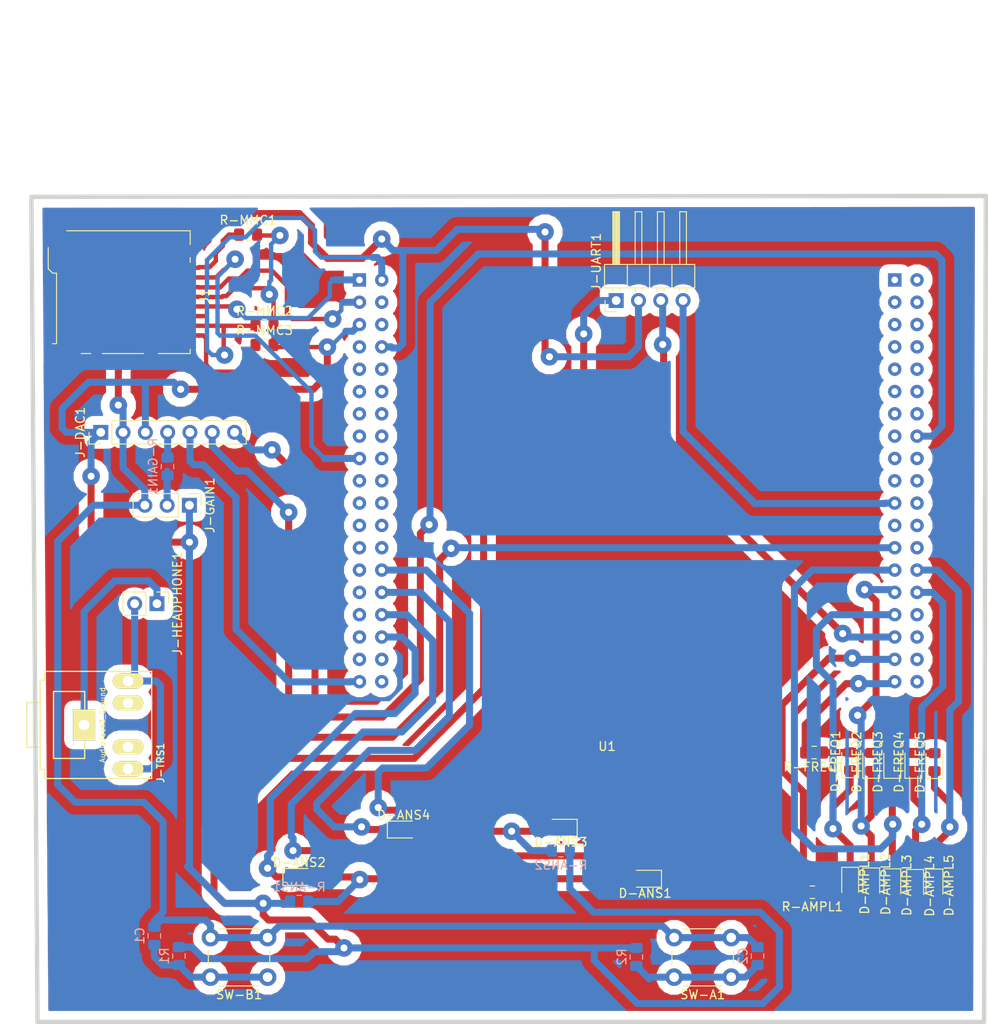
<source format=kicad_pcb>
(kicad_pcb (version 20171130) (host pcbnew 5.0.1)
  (layers (0 F.Cu signal) (31 B.Cu signal) (34 B.Paste user) (35 F.Paste user) (36 B.SilkS user) (37 F.SilkS user) (38 B.Mask user) (39 F.Mask user) (44 Edge.Cuts user))
  (net 0 "")
  (net 1 "Net-(C1-Pad2)")
  (net 2 GND)
  (net 3 "Net-(C2-Pad2)")
  (net 4 "Net-(D-AMPL1-Pad2)")
  (net 5 /LED_M1)
  (net 6 /LED_M2)
  (net 7 /LED_M3)
  (net 8 /LED_M4)
  (net 9 /LED_M5)
  (net 10 "Net-(D-ANS1-Pad2)")
  (net 11 /LED_ANS_A)
  (net 12 /LED_ANS_B)
  (net 13 "Net-(D-ANS3-Pad2)")
  (net 14 /LED_ANS_TRUE)
  (net 15 /LED_ANS_FALSE)
  (net 16 "Net-(D-FREQ1-Pad2)")
  (net 17 "Net-(J1-Pad1)")
  (net 18 "Net-(J1-Pad9)")
  (net 19 /MMC_NSS)
  (net 20 /MMC_MOSI)
  (net 21 VDD)
  (net 22 /MMC_SCK)
  (net 23 /MMC_MISO)
  (net 24 "Net-(J1-Pad8)")
  (net 25 "Net-(J1-Pad10)")
  (net 26 /GAIN)
  (net 27 /DATA)
  (net 28 /BCLK)
  (net 29 /LRC)
  (net 30 "Net-(J-GAIN1-Pad2)")
  (net 31 /HP_M)
  (net 32 /HP_P)
  (net 33 /RX)
  (net 34 /TX)
  (net 35 /LED_AMPL)
  (net 36 /LED_FREQ)
  (net 37 /BT_B)
  (net 38 "Net-(U1-Pad76)")
  (net 39 "Net-(U1-Pad74)")
  (net 40 "Net-(U1-Pad72)")
  (net 41 "Net-(U1-Pad70)")
  (net 42 "Net-(U1-Pad64)")
  (net 43 "Net-(U1-Pad62)")
  (net 44 "Net-(U1-Pad60)")
  (net 45 "Net-(U1-Pad58)")
  (net 46 "Net-(U1-Pad56)")
  (net 47 "Net-(U1-Pad52)")
  (net 48 "Net-(U1-Pad50)")
  (net 49 "Net-(U1-Pad48)")
  (net 50 "Net-(U1-Pad46)")
  (net 51 "Net-(U1-Pad44)")
  (net 52 "Net-(U1-Pad42)")
  (net 53 "Net-(U1-Pad40)")
  (net 54 "Net-(U1-Pad61)")
  (net 55 "Net-(U1-Pad57)")
  (net 56 "Net-(U1-Pad55)")
  (net 57 "Net-(U1-Pad53)")
  (net 58 "Net-(U1-Pad51)")
  (net 59 /LED_USER)
  (net 60 "Net-(U1-Pad47)")
  (net 61 "Net-(U1-Pad45)")
  (net 62 "Net-(U1-Pad43)")
  (net 63 "Net-(U1-Pad41)")
  (net 64 "Net-(U1-Pad39)")
  (net 65 "Net-(U1-Pad35)")
  (net 66 "Net-(U1-Pad33)")
  (net 67 "Net-(U1-Pad31)")
  (net 68 "Net-(U1-Pad29)")
  (net 69 "Net-(U1-Pad27)")
  (net 70 "Net-(U1-Pad25)")
  (net 71 /BT_USER)
  (net 72 "Net-(U1-Pad21)")
  (net 73 "Net-(U1-Pad19)")
  (net 74 "Net-(U1-Pad15)")
  (net 75 "Net-(U1-Pad13)")
  (net 76 "Net-(U1-Pad11)")
  (net 77 "Net-(U1-Pad9)")
  (net 78 "Net-(U1-Pad7)")
  (net 79 /BT_A)
  (net 80 "Net-(U1-Pad26)")
  (net 81 "Net-(U1-Pad24)")
  (net 82 "Net-(U1-Pad22)")
  (net 83 "Net-(U1-Pad20)")
  (net 84 "Net-(U1-Pad18)")
  (net 85 "Net-(U1-Pad16)")
  (net 86 "Net-(U1-Pad14)")
  (net 87 "Net-(U1-Pad12)")
  (net 88 "Net-(U1-Pad10)")
  (net 89 "Net-(U1-Pad6)")
  (net 90 "Net-(U1-Pad4)")
  (module Capacitor_SMD:C_0805_2012Metric_Pad1.15x1.40mm_HandSolder (layer B.Cu) (at 66.4 131.2 270)
    (fp_text reference C1 (at 0 1.65 270) (layer B.SilkS) (effects (justify mirror)))
    (fp_text value C)
    (pad 2 smd roundrect (at 1.025 0 270) (size 1.15 1.4) (layers B.Cu B.Paste B.Mask) (roundrect_rratio 0.217391) (net 1 "Net-(C1-Pad2)"))
    (pad 1 smd roundrect (at -1.025 0 270) (size 1.15 1.4) (layers B.Cu B.Paste B.Mask) (roundrect_rratio 0.217391) (net 2 GND))
  )
  (module Capacitor_SMD:C_0805_2012Metric_Pad1.15x1.40mm_HandSolder (layer B.Cu) (at 135.1 133.5 270)
    (fp_text reference C2 (at 0 1.65 270) (layer B.SilkS) (effects (justify mirror)))
    (fp_text value C)
    (pad 1 smd roundrect (at -1.025 0 270) (size 1.15 1.4) (layers B.Cu B.Paste B.Mask) (roundrect_rratio 0.217391) (net 2 GND))
    (pad 2 smd roundrect (at 1.025 0 270) (size 1.15 1.4) (layers B.Cu B.Paste B.Mask) (roundrect_rratio 0.217391) (net 3 "Net-(C2-Pad2)"))
  )
  (module LED_SMD:LED_0805_2012Metric_Pad1.15x1.40mm_HandSolder (layer F.Cu) (at 145.649118 125.260304 270)
    (fp_text reference D-AMPL1 (at 0 -1.65 270) (layer F.SilkS))
    (fp_text value LED)
    (pad 2 smd roundrect (at 1.025 0 270) (size 1.15 1.4) (layers F.Cu F.Paste F.Mask) (roundrect_rratio 0.217391) (net 4 "Net-(D-AMPL1-Pad2)"))
    (pad 1 smd roundrect (at -1.025 0 270) (size 1.15 1.4) (layers F.Cu F.Paste F.Mask) (roundrect_rratio 0.217391) (net 5 /LED_M1))
  )
  (module LED_SMD:LED_0805_2012Metric_Pad1.15x1.40mm_HandSolder (layer F.Cu) (at 148.049118 125.335304 270)
    (fp_text reference D-AMPL2 (at 0 -1.65 270) (layer F.SilkS))
    (fp_text value LED)
    (pad 1 smd roundrect (at -1.025 0 270) (size 1.15 1.4) (layers F.Cu F.Paste F.Mask) (roundrect_rratio 0.217391) (net 6 /LED_M2))
    (pad 2 smd roundrect (at 1.025 0 270) (size 1.15 1.4) (layers F.Cu F.Paste F.Mask) (roundrect_rratio 0.217391) (net 4 "Net-(D-AMPL1-Pad2)"))
  )
  (module LED_SMD:LED_0805_2012Metric_Pad1.15x1.40mm_HandSolder (layer F.Cu) (at 150.449118 125.435304 270)
    (fp_text reference D-AMPL3 (at 0 -1.65 270) (layer F.SilkS))
    (fp_text value LED)
    (pad 2 smd roundrect (at 1.025 0 270) (size 1.15 1.4) (layers F.Cu F.Paste F.Mask) (roundrect_rratio 0.217391) (net 4 "Net-(D-AMPL1-Pad2)"))
    (pad 1 smd roundrect (at -1.025 0 270) (size 1.15 1.4) (layers F.Cu F.Paste F.Mask) (roundrect_rratio 0.217391) (net 7 /LED_M3))
  )
  (module LED_SMD:LED_0805_2012Metric_Pad1.15x1.40mm_HandSolder (layer F.Cu) (at 153.049118 125.510304 270)
    (fp_text reference D-AMPL4 (at 0 -1.65 270) (layer F.SilkS))
    (fp_text value LED)
    (pad 1 smd roundrect (at -1.025 0 270) (size 1.15 1.4) (layers F.Cu F.Paste F.Mask) (roundrect_rratio 0.217391) (net 8 /LED_M4))
    (pad 2 smd roundrect (at 1.025 0 270) (size 1.15 1.4) (layers F.Cu F.Paste F.Mask) (roundrect_rratio 0.217391) (net 4 "Net-(D-AMPL1-Pad2)"))
  )
  (module LED_SMD:LED_0805_2012Metric_Pad1.15x1.40mm_HandSolder (layer F.Cu) (at 155.249118 125.460304 270)
    (fp_text reference D-AMPL5 (at 0 -1.65 270) (layer F.SilkS))
    (fp_text value LED)
    (pad 2 smd roundrect (at 1.025 0 270) (size 1.15 1.4) (layers F.Cu F.Paste F.Mask) (roundrect_rratio 0.217391) (net 4 "Net-(D-AMPL1-Pad2)"))
    (pad 1 smd roundrect (at -1.025 0 270) (size 1.15 1.4) (layers F.Cu F.Paste F.Mask) (roundrect_rratio 0.217391) (net 9 /LED_M5))
  )
  (module LED_SMD:LED_0805_2012Metric_Pad1.15x1.40mm_HandSolder (layer F.Cu) (at 122.3 124.7 180)
    (fp_text reference D-ANS1 (at 0 -1.65 180) (layer F.SilkS))
    (fp_text value LED)
    (pad 2 smd roundrect (at 1.025 0 180) (size 1.15 1.4) (layers F.Cu F.Paste F.Mask) (roundrect_rratio 0.217391) (net 10 "Net-(D-ANS1-Pad2)"))
    (pad 1 smd roundrect (at -1.025 0 180) (size 1.15 1.4) (layers F.Cu F.Paste F.Mask) (roundrect_rratio 0.217391) (net 11 /LED_ANS_A))
  )
  (module LED_SMD:LED_0805_2012Metric_Pad1.15x1.40mm_HandSolder (layer F.Cu) (at 82.9 124.5)
    (fp_text reference D-ANS2 (at 0 -1.65) (layer F.SilkS))
    (fp_text value LED)
    (pad 1 smd roundrect (at -1.025 0) (size 1.15 1.4) (layers F.Cu F.Paste F.Mask) (roundrect_rratio 0.217391) (net 12 /LED_ANS_B))
    (pad 2 smd roundrect (at 1.025 0) (size 1.15 1.4) (layers F.Cu F.Paste F.Mask) (roundrect_rratio 0.217391) (net 10 "Net-(D-ANS1-Pad2)"))
  )
  (module LED_SMD:LED_0805_2012Metric_Pad1.15x1.40mm_HandSolder (layer F.Cu) (at 112.7 118.9 180)
    (fp_text reference D-ANS3 (at 0 -1.65 180) (layer F.SilkS))
    (fp_text value LED)
    (pad 2 smd roundrect (at 1.025 0 180) (size 1.15 1.4) (layers F.Cu F.Paste F.Mask) (roundrect_rratio 0.217391) (net 13 "Net-(D-ANS3-Pad2)"))
    (pad 1 smd roundrect (at -1.025 0 180) (size 1.15 1.4) (layers F.Cu F.Paste F.Mask) (roundrect_rratio 0.217391) (net 14 /LED_ANS_TRUE))
  )
  (module LED_SMD:LED_0805_2012Metric_Pad1.15x1.40mm_HandSolder (layer F.Cu) (at 94.8 119.1)
    (fp_text reference D-ANS4 (at 0 -1.65) (layer F.SilkS))
    (fp_text value LED)
    (pad 1 smd roundrect (at -1.025 0) (size 1.15 1.4) (layers F.Cu F.Paste F.Mask) (roundrect_rratio 0.217391) (net 15 /LED_ANS_FALSE))
    (pad 2 smd roundrect (at 1.025 0) (size 1.15 1.4) (layers F.Cu F.Paste F.Mask) (roundrect_rratio 0.217391) (net 13 "Net-(D-ANS3-Pad2)"))
  )
  (module LED_SMD:LED_0805_2012Metric_Pad1.15x1.40mm_HandSolder (layer F.Cu) (at 145.649118 111.335304 90)
    (fp_text reference D-FREQ1 (at 0 -1.65 90) (layer F.SilkS))
    (fp_text value LED)
    (pad 1 smd roundrect (at -1.025 0 90) (size 1.15 1.4) (layers F.Cu F.Paste F.Mask) (roundrect_rratio 0.217391) (net 5 /LED_M1))
    (pad 2 smd roundrect (at 1.025 0 90) (size 1.15 1.4) (layers F.Cu F.Paste F.Mask) (roundrect_rratio 0.217391) (net 16 "Net-(D-FREQ1-Pad2)"))
  )
  (module LED_SMD:LED_0805_2012Metric_Pad1.15x1.40mm_HandSolder (layer F.Cu) (at 148.049118 111.410304 90)
    (fp_text reference D-FREQ2 (at 0 -1.65 90) (layer F.SilkS))
    (fp_text value LED)
    (pad 2 smd roundrect (at 1.025 0 90) (size 1.15 1.4) (layers F.Cu F.Paste F.Mask) (roundrect_rratio 0.217391) (net 16 "Net-(D-FREQ1-Pad2)"))
    (pad 1 smd roundrect (at -1.025 0 90) (size 1.15 1.4) (layers F.Cu F.Paste F.Mask) (roundrect_rratio 0.217391) (net 6 /LED_M2))
  )
  (module LED_SMD:LED_0805_2012Metric_Pad1.15x1.40mm_HandSolder (layer F.Cu) (at 150.449118 111.410304 90)
    (fp_text reference D-FREQ3 (at 0 -1.65 90) (layer F.SilkS))
    (fp_text value LED)
    (pad 1 smd roundrect (at -1.025 0 90) (size 1.15 1.4) (layers F.Cu F.Paste F.Mask) (roundrect_rratio 0.217391) (net 7 /LED_M3))
    (pad 2 smd roundrect (at 1.025 0 90) (size 1.15 1.4) (layers F.Cu F.Paste F.Mask) (roundrect_rratio 0.217391) (net 16 "Net-(D-FREQ1-Pad2)"))
  )
  (module LED_SMD:LED_0805_2012Metric_Pad1.15x1.40mm_HandSolder (layer F.Cu) (at 152.849118 111.410304 90)
    (fp_text reference D-FREQ4 (at 0 -1.65 90) (layer F.SilkS))
    (fp_text value LED)
    (pad 2 smd roundrect (at 1.025 0 90) (size 1.15 1.4) (layers F.Cu F.Paste F.Mask) (roundrect_rratio 0.217391) (net 16 "Net-(D-FREQ1-Pad2)"))
    (pad 1 smd roundrect (at -1.025 0 90) (size 1.15 1.4) (layers F.Cu F.Paste F.Mask) (roundrect_rratio 0.217391) (net 8 /LED_M4))
  )
  (module LED_SMD:LED_0805_2012Metric_Pad1.15x1.40mm_HandSolder (layer F.Cu) (at 155.249118 111.435304 90)
    (fp_text reference D-FREQ5 (at 0 -1.65 90) (layer F.SilkS))
    (fp_text value LED)
    (pad 1 smd roundrect (at -1.025 0 90) (size 1.15 1.4) (layers F.Cu F.Paste F.Mask) (roundrect_rratio 0.217391) (net 9 /LED_M5))
    (pad 2 smd roundrect (at 1.025 0 90) (size 1.15 1.4) (layers F.Cu F.Paste F.Mask) (roundrect_rratio 0.217391) (net 16 "Net-(D-FREQ1-Pad2)"))
  )
  (module Connector_Card:microSD_HC_Hirose_DM3BT-DSF-PEJS (layer F.Cu) (at 62.6 57.95 270)
    (fp_text reference J1 (at 0.425 -9.525 270) (layer F.SilkS))
    (fp_text value Micro_SD_Card_Det)
    (pad 1 smd rect (at -2.775 -7.625 270) (size 0.7 1.4) (layers F.Cu F.Paste F.Mask) (net 17 "Net-(J1-Pad1)"))
    (pad 11 smd rect (at -6.575 7.375 270) (size 1.5 1.9) (layers F.Cu F.Paste F.Mask) (net 2 GND))
    (pad 11 smd rect (at -4.675 -7.625 270) (size 1 1.4) (layers F.Cu F.Paste F.Mask) (net 2 GND))
    (pad 11 smd rect (at 6.725 -3.425 270) (size 1.2 1.2) (layers F.Cu F.Paste F.Mask) (net 2 GND))
    (pad 11 smd rect (at 6.725 6.375 270) (size 1.2 3.2) (layers F.Cu F.Paste F.Mask) (net 2 GND))
    (pad 9 smd rect (at 5.875 -7.725 270) (size 0.7 1.2) (layers F.Cu F.Paste F.Mask) (net 18 "Net-(J1-Pad9)"))
    (pad 2 smd rect (at -1.675 -7.625 270) (size 0.7 1.4) (layers F.Cu F.Paste F.Mask) (net 19 /MMC_NSS))
    (pad 3 smd rect (at -0.575 -7.625 270) (size 0.7 1.4) (layers F.Cu F.Paste F.Mask) (net 20 /MMC_MOSI))
    (pad 4 smd rect (at 0.525 -7.625 270) (size 0.7 1.4) (layers F.Cu F.Paste F.Mask) (net 21 VDD))
    (pad 5 smd rect (at 1.625 -7.625 270) (size 0.7 1.4) (layers F.Cu F.Paste F.Mask) (net 22 /MMC_SCK))
    (pad 6 smd rect (at 2.725 -7.625 270) (size 0.7 1.4) (layers F.Cu F.Paste F.Mask) (net 2 GND))
    (pad 7 smd rect (at 3.825 -7.625 270) (size 0.7 1.4) (layers F.Cu F.Paste F.Mask) (net 23 /MMC_MISO))
    (pad 8 smd rect (at 4.925 -7.625 270) (size 0.7 1.4) (layers F.Cu F.Paste F.Mask) (net 24 "Net-(J1-Pad8)"))
    (pad 11 smd rect (at -5.575 8.075 270) (size 0.5 0.5) (layers F.Cu F.Paste F.Mask) (net 2 GND))
    (pad 10 smd rect (at 6.725 2.775 270) (size 1.2 0.8) (layers F.Cu F.Paste F.Mask) (net 25 "Net-(J1-Pad10)"))
    (pad 11 smd rect (at -5.825 7.825 315) (size 0.2 0.2) (layers F.Cu F.Paste F.Mask) (net 2 GND))
  )
  (module Connector_PinHeader_2.54mm:PinHeader_1x07_P2.54mm_Vertical (layer F.Cu) (at 60.3 73.9 90)
    (fp_text reference J-DAC1 (at 0 -2.33 90) (layer F.SilkS))
    (fp_text value Conn_01x07_Female)
    (pad 1 thru_hole rect (at 0 0 90) (size 1.7 1.7) (drill 1) (layers *.Cu *.Mask) (net 21 VDD))
    (pad 2 thru_hole oval (at 0 2.54 90) (size 1.7 1.7) (drill 1) (layers *.Cu *.Mask) (net 2 GND))
    (pad 3 thru_hole oval (at 0 5.08 90) (size 1.7 1.7) (drill 1) (layers *.Cu *.Mask) (net 21 VDD))
    (pad 4 thru_hole oval (at 0 7.62 90) (size 1.7 1.7) (drill 1) (layers *.Cu *.Mask) (net 26 /GAIN))
    (pad 5 thru_hole oval (at 0 10.16 90) (size 1.7 1.7) (drill 1) (layers *.Cu *.Mask) (net 27 /DATA))
    (pad 6 thru_hole oval (at 0 12.7 90) (size 1.7 1.7) (drill 1) (layers *.Cu *.Mask) (net 28 /BCLK))
    (pad 7 thru_hole oval (at 0 15.24 90) (size 1.7 1.7) (drill 1) (layers *.Cu *.Mask) (net 29 /LRC))
  )
  (module Connector_PinHeader_2.54mm:PinHeader_1x03_P2.54mm_Vertical (layer F.Cu) (at 70.4 82.2 270)
    (fp_text reference J-GAIN1 (at 0 -2.33 270) (layer F.SilkS))
    (fp_text value Conn_01x03_Male)
    (pad 1 thru_hole rect (at 0 0 270) (size 1.7 1.7) (drill 1) (layers *.Cu *.Mask) (net 21 VDD))
    (pad 2 thru_hole oval (at 0 2.54 270) (size 1.7 1.7) (drill 1) (layers *.Cu *.Mask) (net 30 "Net-(J-GAIN1-Pad2)"))
    (pad 3 thru_hole oval (at 0 5.08 270) (size 1.7 1.7) (drill 1) (layers *.Cu *.Mask) (net 2 GND))
  )
  (module Connector_PinHeader_2.54mm:PinHeader_1x02_P2.54mm_Vertical (layer F.Cu) (at 66.7 93.4 270)
    (fp_text reference J-HEADPHONE1 (at 0 -2.33 270) (layer F.SilkS))
    (fp_text value Conn_01x02_Female)
    (pad 1 thru_hole rect (at 0 0 270) (size 1.7 1.7) (drill 1) (layers *.Cu *.Mask) (net 31 /HP_M))
    (pad 2 thru_hole oval (at 0 2.54 270) (size 1.7 1.7) (drill 1) (layers *.Cu *.Mask) (net 32 /HP_P))
  )
  (module lib:Tayda_3.5mm_stereo_TRS_jack_A-853 (layer F.Cu) (at 60 107.2 90)
    (fp_text reference J-TRS1 (at -4.318 7.112 90) (layer F.SilkS) (effects (font (size 0.8 0.8))))
    (fp_text value AudioJack3_Ground (at 0 0.508 90) (layer F.SilkS) (effects (font (size 0.6 0.6) (thickness 0.1))))
    (pad TD thru_hole oval (at -2.5 3.41 90) (size 1.75 3.5) (drill 1.2) (layers *.Cu *.Mask F.SilkS))
    (pad RD thru_hole oval (at 2.5 3.41 90) (size 1.75 3.5) (drill 1.2) (layers *.Cu *.Mask F.SilkS))
    (pad T thru_hole oval (at -5 3.41 90) (size 1.75 3.5) (drill 1.2) (layers *.Cu *.Mask F.SilkS) (net 32 /HP_P))
    (pad R thru_hole oval (at 5 3.41 90) (size 1.75 3.5) (drill 1.2) (layers *.Cu *.Mask F.SilkS) (net 32 /HP_P))
    (pad S thru_hole rect (at 0 -1.596 90) (size 3.5 2.5) (drill 1.2) (layers *.Cu *.Mask F.SilkS) (net 31 /HP_M))
  )
  (module Connector_PinHeader_2.54mm:PinHeader_1x04_P2.54mm_Horizontal (layer F.Cu) (at 119 58.9 90)
    (fp_text reference J-UART1 (at 4.385 -2.27 90) (layer F.SilkS))
    (fp_text value Conn_01x04_Male)
    (pad 1 thru_hole rect (at 0 0 90) (size 1.7 1.7) (drill 1) (layers *.Cu *.Mask) (net 21 VDD))
    (pad 2 thru_hole oval (at 0 2.54 90) (size 1.7 1.7) (drill 1) (layers *.Cu *.Mask) (net 2 GND))
    (pad 3 thru_hole oval (at 0 5.08 90) (size 1.7 1.7) (drill 1) (layers *.Cu *.Mask) (net 33 /RX))
    (pad 4 thru_hole oval (at 0 7.62 90) (size 1.7 1.7) (drill 1) (layers *.Cu *.Mask) (net 34 /TX))
  )
  (module Resistor_SMD:R_0805_2012Metric_Pad1.15x1.40mm_HandSolder (layer B.Cu) (at 69.2 133.5 270)
    (fp_text reference R1 (at 0 1.65 270) (layer B.SilkS) (effects (justify mirror)))
    (fp_text value 4k7)
    (pad 2 smd roundrect (at 1.025 0 270) (size 1.15 1.4) (layers B.Cu B.Paste B.Mask) (roundrect_rratio 0.217391) (net 1 "Net-(C1-Pad2)"))
    (pad 1 smd roundrect (at -1.025 0 270) (size 1.15 1.4) (layers B.Cu B.Paste B.Mask) (roundrect_rratio 0.217391) (net 21 VDD))
  )
  (module Resistor_SMD:R_0805_2012Metric_Pad1.15x1.40mm_HandSolder (layer B.Cu) (at 121.3 133.6 270)
    (fp_text reference R2 (at 0 1.65 270) (layer B.SilkS) (effects (justify mirror)))
    (fp_text value 4k7)
    (pad 1 smd roundrect (at -1.025 0 270) (size 1.15 1.4) (layers B.Cu B.Paste B.Mask) (roundrect_rratio 0.217391) (net 21 VDD))
    (pad 2 smd roundrect (at 1.025 0 270) (size 1.15 1.4) (layers B.Cu B.Paste B.Mask) (roundrect_rratio 0.217391) (net 3 "Net-(C2-Pad2)"))
  )
  (module Resistor_SMD:R_0805_2012Metric_Pad1.15x1.40mm_HandSolder (layer F.Cu) (at 141.349118 126.235304 180)
    (fp_text reference R-AMPL1 (at 0 -1.65 180) (layer F.SilkS))
    (fp_text value 100)
    (pad 2 smd roundrect (at 1.025 0 180) (size 1.15 1.4) (layers F.Cu F.Paste F.Mask) (roundrect_rratio 0.217391) (net 35 /LED_AMPL))
    (pad 1 smd roundrect (at -1.025 0 180) (size 1.15 1.4) (layers F.Cu F.Paste F.Mask) (roundrect_rratio 0.217391) (net 4 "Net-(D-AMPL1-Pad2)"))
  )
  (module Resistor_SMD:R_0805_2012Metric_Pad1.15x1.40mm_HandSolder (layer B.Cu) (at 82.9 127.3 180)
    (fp_text reference R-ANS1 (at 0 1.65 180) (layer B.SilkS) (effects (justify mirror)))
    (fp_text value 300)
    (pad 2 smd roundrect (at 1.025 0 180) (size 1.15 1.4) (layers B.Cu B.Paste B.Mask) (roundrect_rratio 0.217391) (net 21 VDD))
    (pad 1 smd roundrect (at -1.025 0 180) (size 1.15 1.4) (layers B.Cu B.Paste B.Mask) (roundrect_rratio 0.217391) (net 10 "Net-(D-ANS1-Pad2)"))
  )
  (module Resistor_SMD:R_0805_2012Metric_Pad1.15x1.40mm_HandSolder (layer B.Cu) (at 112.7 121.5)
    (fp_text reference R-ANS2 (at 0 1.65) (layer B.SilkS) (effects (justify mirror)))
    (fp_text value 300)
    (pad 1 smd roundrect (at -1.025 0) (size 1.15 1.4) (layers B.Cu B.Paste B.Mask) (roundrect_rratio 0.217391) (net 13 "Net-(D-ANS3-Pad2)"))
    (pad 2 smd roundrect (at 1.025 0) (size 1.15 1.4) (layers B.Cu B.Paste B.Mask) (roundrect_rratio 0.217391) (net 21 VDD))
  )
  (module Resistor_SMD:R_0805_2012Metric_Pad1.15x1.40mm_HandSolder (layer F.Cu) (at 141.549118 110.335304 180)
    (fp_text reference R-FREQ1 (at 0 -1.65 180) (layer F.SilkS))
    (fp_text value 100)
    (pad 1 smd roundrect (at -1.025 0 180) (size 1.15 1.4) (layers F.Cu F.Paste F.Mask) (roundrect_rratio 0.217391) (net 16 "Net-(D-FREQ1-Pad2)"))
    (pad 2 smd roundrect (at 1.025 0 180) (size 1.15 1.4) (layers F.Cu F.Paste F.Mask) (roundrect_rratio 0.217391) (net 36 /LED_FREQ))
  )
  (module Resistor_SMD:R_0805_2012Metric_Pad1.15x1.40mm_HandSolder (layer B.Cu) (at 67.9 77.8 270)
    (fp_text reference R-GAIN1 (at 0 1.65 270) (layer B.SilkS) (effects (justify mirror)))
    (fp_text value R)
    (pad 1 smd roundrect (at -1.025 0 270) (size 1.15 1.4) (layers B.Cu B.Paste B.Mask) (roundrect_rratio 0.217391) (net 26 /GAIN))
    (pad 2 smd roundrect (at 1.025 0 270) (size 1.15 1.4) (layers B.Cu B.Paste B.Mask) (roundrect_rratio 0.217391) (net 30 "Net-(J-GAIN1-Pad2)"))
  )
  (module Resistor_SMD:R_0805_2012Metric_Pad1.15x1.40mm_HandSolder (layer F.Cu) (at 77.075 51.4)
    (fp_text reference R-MMC1 (at 0 -1.65) (layer F.SilkS))
    (fp_text value 10k)
    (pad 2 smd roundrect (at 1.025 0) (size 1.15 1.4) (layers F.Cu F.Paste F.Mask) (roundrect_rratio 0.217391) (net 21 VDD))
    (pad 1 smd roundrect (at -1.025 0) (size 1.15 1.4) (layers F.Cu F.Paste F.Mask) (roundrect_rratio 0.217391) (net 17 "Net-(J1-Pad1)"))
  )
  (module Resistor_SMD:R_0805_2012Metric_Pad1.15x1.40mm_HandSolder (layer F.Cu) (at 78.95 61.75)
    (fp_text reference R-MMC2 (at 0 -1.65) (layer F.SilkS))
    (fp_text value 10k)
    (pad 2 smd roundrect (at 1.025 0) (size 1.15 1.4) (layers F.Cu F.Paste F.Mask) (roundrect_rratio 0.217391) (net 21 VDD))
    (pad 1 smd roundrect (at -1.025 0) (size 1.15 1.4) (layers F.Cu F.Paste F.Mask) (roundrect_rratio 0.217391) (net 23 /MMC_MISO))
  )
  (module Resistor_SMD:R_0805_2012Metric_Pad1.15x1.40mm_HandSolder (layer F.Cu) (at 78.95 63.95)
    (fp_text reference R-MMC3 (at 0 -1.65) (layer F.SilkS))
    (fp_text value 10k)
    (pad 1 smd roundrect (at -1.025 0) (size 1.15 1.4) (layers F.Cu F.Paste F.Mask) (roundrect_rratio 0.217391) (net 24 "Net-(J1-Pad8)"))
    (pad 2 smd roundrect (at 1.025 0) (size 1.15 1.4) (layers F.Cu F.Paste F.Mask) (roundrect_rratio 0.217391) (net 21 VDD))
  )
  (module Button_Switch_THT:SW_PUSH_6mm (layer F.Cu) (at 132.1 135.9 180)
    (fp_text reference SW-A1 (at 3.25 -2 180) (layer F.SilkS))
    (fp_text value SW_Push)
    (pad 2 thru_hole circle (at 0 4.5 270) (size 2 2) (drill 1.1) (layers *.Cu *.Mask) (net 2 GND))
    (pad 1 thru_hole circle (at 0 0 270) (size 2 2) (drill 1.1) (layers *.Cu *.Mask) (net 3 "Net-(C2-Pad2)"))
    (pad 2 thru_hole circle (at 6.5 4.5 270) (size 2 2) (drill 1.1) (layers *.Cu *.Mask) (net 2 GND))
    (pad 1 thru_hole circle (at 6.5 0 270) (size 2 2) (drill 1.1) (layers *.Cu *.Mask) (net 3 "Net-(C2-Pad2)"))
  )
  (module Button_Switch_THT:SW_PUSH_6mm (layer F.Cu) (at 79.3 135.9 180)
    (fp_text reference SW-B1 (at 3.25 -2 180) (layer F.SilkS))
    (fp_text value SW_Push)
    (pad 1 thru_hole circle (at 6.5 0 270) (size 2 2) (drill 1.1) (layers *.Cu *.Mask) (net 1 "Net-(C1-Pad2)"))
    (pad 2 thru_hole circle (at 6.5 4.5 270) (size 2 2) (drill 1.1) (layers *.Cu *.Mask) (net 2 GND))
    (pad 1 thru_hole circle (at 0 0 270) (size 2 2) (drill 1.1) (layers *.Cu *.Mask) (net 1 "Net-(C1-Pad2)"))
    (pad 2 thru_hole circle (at 0 4.5 270) (size 2 2) (drill 1.1) (layers *.Cu *.Mask) (net 2 GND))
  )
  (module lib:Nucleo-64 (layer F.Cu) (at 89.765001 102.275038)
    (fp_text reference U1 (at 28.194 7.366) (layer F.SilkS))
    (fp_text value NUCLEO-64)
    (pad 37 thru_hole circle (at 0 0) (size 1.524 1.524) (drill 0.762) (layers *.Cu *.Mask) (net 27 /DATA))
    (pad 38 thru_hole circle (at 2.54 0) (size 1.524 1.524) (drill 0.762) (layers *.Cu *.Mask) (net 37 /BT_B))
    (pad 76 thru_hole circle (at 63.5 0) (size 1.524 1.524) (drill 0.762) (layers *.Cu *.Mask) (net 38 "Net-(U1-Pad76)"))
    (pad 75 thru_hole circle (at 60.96 0) (size 1.524 1.524) (drill 0.762) (layers *.Cu *.Mask) (net 36 /LED_FREQ))
    (pad 74 thru_hole circle (at 63.5 -2.54) (size 1.524 1.524) (drill 0.762) (layers *.Cu *.Mask) (net 39 "Net-(U1-Pad74)"))
    (pad 72 thru_hole circle (at 63.5 -5.08) (size 1.524 1.524) (drill 0.762) (layers *.Cu *.Mask) (net 40 "Net-(U1-Pad72)"))
    (pad 70 thru_hole circle (at 63.5 -7.62) (size 1.524 1.524) (drill 0.762) (layers *.Cu *.Mask) (net 41 "Net-(U1-Pad70)"))
    (pad 68 thru_hole circle (at 63.5 -10.16) (size 1.524 1.524) (drill 0.762) (layers *.Cu *.Mask) (net 8 /LED_M4))
    (pad 66 thru_hole circle (at 63.5 -12.7) (size 1.524 1.524) (drill 0.762) (layers *.Cu *.Mask) (net 9 /LED_M5))
    (pad 64 thru_hole circle (at 63.5 -15.24) (size 1.524 1.524) (drill 0.762) (layers *.Cu *.Mask) (net 42 "Net-(U1-Pad64)"))
    (pad 62 thru_hole circle (at 63.5 -17.78) (size 1.524 1.524) (drill 0.762) (layers *.Cu *.Mask) (net 43 "Net-(U1-Pad62)"))
    (pad 60 thru_hole circle (at 63.5 -20.32) (size 1.524 1.524) (drill 0.762) (layers *.Cu *.Mask) (net 44 "Net-(U1-Pad60)"))
    (pad 58 thru_hole circle (at 63.5 -22.86) (size 1.524 1.524) (drill 0.762) (layers *.Cu *.Mask) (net 45 "Net-(U1-Pad58)"))
    (pad 56 thru_hole circle (at 63.5 -25.4) (size 1.524 1.524) (drill 0.762) (layers *.Cu *.Mask) (net 46 "Net-(U1-Pad56)"))
    (pad 54 thru_hole circle (at 63.5 -27.94) (size 1.524 1.524) (drill 0.762) (layers *.Cu *.Mask) (net 29 /LRC))
    (pad 52 thru_hole circle (at 63.5 -30.48) (size 1.524 1.524) (drill 0.762) (layers *.Cu *.Mask) (net 47 "Net-(U1-Pad52)"))
    (pad 50 thru_hole circle (at 63.5 -33.02) (size 1.524 1.524) (drill 0.762) (layers *.Cu *.Mask) (net 48 "Net-(U1-Pad50)"))
    (pad 48 thru_hole circle (at 63.5 -35.56) (size 1.524 1.524) (drill 0.762) (layers *.Cu *.Mask) (net 49 "Net-(U1-Pad48)"))
    (pad 46 thru_hole circle (at 63.5 -38.1) (size 1.524 1.524) (drill 0.762) (layers *.Cu *.Mask) (net 50 "Net-(U1-Pad46)"))
    (pad 44 thru_hole circle (at 63.5 -40.64) (size 1.524 1.524) (drill 0.762) (layers *.Cu *.Mask) (net 51 "Net-(U1-Pad44)"))
    (pad 42 thru_hole circle (at 63.5 -43.18) (size 1.524 1.524) (drill 0.762) (layers *.Cu *.Mask) (net 52 "Net-(U1-Pad42)"))
    (pad 40 thru_hole circle (at 63.5 -45.72) (size 1.524 1.524) (drill 0.762) (layers *.Cu *.Mask) (net 53 "Net-(U1-Pad40)"))
    (pad 73 thru_hole circle (at 60.96 -2.54) (size 1.524 1.524) (drill 0.762) (layers *.Cu *.Mask) (net 35 /LED_AMPL))
    (pad 71 thru_hole circle (at 60.96 -5.08) (size 1.524 1.524) (drill 0.762) (layers *.Cu *.Mask) (net 33 /RX))
    (pad 69 thru_hole circle (at 60.96 -7.62) (size 1.524 1.524) (drill 0.762) (layers *.Cu *.Mask) (net 5 /LED_M1))
    (pad 67 thru_hole circle (at 60.96 -10.16) (size 1.524 1.524) (drill 0.762) (layers *.Cu *.Mask) (net 6 /LED_M2))
    (pad 65 thru_hole circle (at 60.96 -12.7) (size 1.524 1.524) (drill 0.762) (layers *.Cu *.Mask) (net 7 /LED_M3))
    (pad 63 thru_hole circle (at 60.96 -15.24) (size 1.524 1.524) (drill 0.762) (layers *.Cu *.Mask) (net 28 /BCLK))
    (pad 61 thru_hole circle (at 60.96 -17.78) (size 1.524 1.524) (drill 0.762) (layers *.Cu *.Mask) (net 54 "Net-(U1-Pad61)"))
    (pad 59 thru_hole circle (at 60.96 -20.32) (size 1.524 1.524) (drill 0.762) (layers *.Cu *.Mask) (net 34 /TX))
    (pad 57 thru_hole circle (at 60.96 -22.86) (size 1.524 1.524) (drill 0.762) (layers *.Cu *.Mask) (net 55 "Net-(U1-Pad57)"))
    (pad 55 thru_hole circle (at 60.96 -25.4) (size 1.524 1.524) (drill 0.762) (layers *.Cu *.Mask) (net 56 "Net-(U1-Pad55)"))
    (pad 53 thru_hole circle (at 60.96 -27.94) (size 1.524 1.524) (drill 0.762) (layers *.Cu *.Mask) (net 57 "Net-(U1-Pad53)"))
    (pad 51 thru_hole circle (at 60.96 -30.48) (size 1.524 1.524) (drill 0.762) (layers *.Cu *.Mask) (net 58 "Net-(U1-Pad51)"))
    (pad 49 thru_hole circle (at 60.96 -33.02) (size 1.524 1.524) (drill 0.762) (layers *.Cu *.Mask) (net 59 /LED_USER))
    (pad 47 thru_hole circle (at 60.96 -35.56) (size 1.524 1.524) (drill 0.762) (layers *.Cu *.Mask) (net 60 "Net-(U1-Pad47)"))
    (pad 45 thru_hole circle (at 60.96 -38.1) (size 1.524 1.524) (drill 0.762) (layers *.Cu *.Mask) (net 61 "Net-(U1-Pad45)"))
    (pad 43 thru_hole circle (at 60.96 -40.64) (size 1.524 1.524) (drill 0.762) (layers *.Cu *.Mask) (net 62 "Net-(U1-Pad43)"))
    (pad 41 thru_hole circle (at 60.96 -43.18) (size 1.524 1.524) (drill 0.762) (layers *.Cu *.Mask) (net 63 "Net-(U1-Pad41)"))
    (pad 39 thru_hole rect (at 60.96 -45.72) (size 1.524 1.524) (drill 0.762) (layers *.Cu *.Mask) (net 64 "Net-(U1-Pad39)"))
    (pad 35 thru_hole circle (at 0 -2.54) (size 1.524 1.524) (drill 0.762) (layers *.Cu *.Mask) (net 65 "Net-(U1-Pad35)"))
    (pad 33 thru_hole circle (at 0 -5.08) (size 1.524 1.524) (drill 0.762) (layers *.Cu *.Mask) (net 66 "Net-(U1-Pad33)"))
    (pad 31 thru_hole circle (at 0 -7.62) (size 1.524 1.524) (drill 0.762) (layers *.Cu *.Mask) (net 67 "Net-(U1-Pad31)"))
    (pad 29 thru_hole circle (at 0 -10.16) (size 1.524 1.524) (drill 0.762) (layers *.Cu *.Mask) (net 68 "Net-(U1-Pad29)"))
    (pad 27 thru_hole circle (at 0 -12.7) (size 1.524 1.524) (drill 0.762) (layers *.Cu *.Mask) (net 69 "Net-(U1-Pad27)"))
    (pad 25 thru_hole circle (at 0 -15.24) (size 1.524 1.524) (drill 0.762) (layers *.Cu *.Mask) (net 70 "Net-(U1-Pad25)"))
    (pad 23 thru_hole circle (at 0 -17.78) (size 1.524 1.524) (drill 0.762) (layers *.Cu *.Mask) (net 71 /BT_USER))
    (pad 21 thru_hole circle (at 0 -20.32) (size 1.524 1.524) (drill 0.762) (layers *.Cu *.Mask) (net 72 "Net-(U1-Pad21)"))
    (pad 19 thru_hole circle (at 0 -22.86) (size 1.524 1.524) (drill 0.762) (layers *.Cu *.Mask) (net 73 "Net-(U1-Pad19)"))
    (pad 17 thru_hole circle (at 0 -25.4) (size 1.524 1.524) (drill 0.762) (layers *.Cu *.Mask) (net 19 /MMC_NSS))
    (pad 15 thru_hole circle (at 0 -27.94) (size 1.524 1.524) (drill 0.762) (layers *.Cu *.Mask) (net 74 "Net-(U1-Pad15)"))
    (pad 13 thru_hole circle (at 0 -30.48) (size 1.524 1.524) (drill 0.762) (layers *.Cu *.Mask) (net 75 "Net-(U1-Pad13)"))
    (pad 11 thru_hole circle (at 0 -33.02) (size 1.524 1.524) (drill 0.762) (layers *.Cu *.Mask) (net 76 "Net-(U1-Pad11)"))
    (pad 9 thru_hole circle (at 0 -35.56) (size 1.524 1.524) (drill 0.762) (layers *.Cu *.Mask) (net 77 "Net-(U1-Pad9)"))
    (pad 7 thru_hole circle (at 0 -38.1) (size 1.524 1.524) (drill 0.762) (layers *.Cu *.Mask) (net 78 "Net-(U1-Pad7)"))
    (pad 5 thru_hole circle (at 0 -40.64) (size 1.524 1.524) (drill 0.762) (layers *.Cu *.Mask) (net 21 VDD))
    (pad 3 thru_hole circle (at 0 -43.18) (size 1.524 1.524) (drill 0.762) (layers *.Cu *.Mask) (net 20 /MMC_MOSI))
    (pad 1 thru_hole rect (at 0 -45.72) (size 1.524 1.524) (drill 0.762) (layers *.Cu *.Mask) (net 22 /MMC_SCK))
    (pad 36 thru_hole circle (at 2.54 -2.54) (size 1.524 1.524) (drill 0.762) (layers *.Cu *.Mask) (net 79 /BT_A))
    (pad 34 thru_hole circle (at 2.54 -5.08) (size 1.524 1.524) (drill 0.762) (layers *.Cu *.Mask) (net 12 /LED_ANS_B))
    (pad 32 thru_hole circle (at 2.54 -7.62) (size 1.524 1.524) (drill 0.762) (layers *.Cu *.Mask) (net 11 /LED_ANS_A))
    (pad 30 thru_hole circle (at 2.54 -10.16) (size 1.524 1.524) (drill 0.762) (layers *.Cu *.Mask) (net 15 /LED_ANS_FALSE))
    (pad 28 thru_hole circle (at 2.54 -12.7) (size 1.524 1.524) (drill 0.762) (layers *.Cu *.Mask) (net 14 /LED_ANS_TRUE))
    (pad 26 thru_hole circle (at 2.54 -15.24) (size 1.524 1.524) (drill 0.762) (layers *.Cu *.Mask) (net 80 "Net-(U1-Pad26)"))
    (pad 24 thru_hole circle (at 2.54 -17.78) (size 1.524 1.524) (drill 0.762) (layers *.Cu *.Mask) (net 81 "Net-(U1-Pad24)"))
    (pad 22 thru_hole circle (at 2.54 -20.32) (size 1.524 1.524) (drill 0.762) (layers *.Cu *.Mask) (net 82 "Net-(U1-Pad22)"))
    (pad 20 thru_hole circle (at 2.54 -22.86) (size 1.524 1.524) (drill 0.762) (layers *.Cu *.Mask) (net 83 "Net-(U1-Pad20)"))
    (pad 18 thru_hole circle (at 2.54 -25.4) (size 1.524 1.524) (drill 0.762) (layers *.Cu *.Mask) (net 84 "Net-(U1-Pad18)"))
    (pad 16 thru_hole circle (at 2.54 -27.94) (size 1.524 1.524) (drill 0.762) (layers *.Cu *.Mask) (net 85 "Net-(U1-Pad16)"))
    (pad 14 thru_hole circle (at 2.54 -30.48) (size 1.524 1.524) (drill 0.762) (layers *.Cu *.Mask) (net 86 "Net-(U1-Pad14)"))
    (pad 12 thru_hole circle (at 2.54 -33.02) (size 1.524 1.524) (drill 0.762) (layers *.Cu *.Mask) (net 87 "Net-(U1-Pad12)"))
    (pad 10 thru_hole circle (at 2.54 -35.56) (size 1.524 1.524) (drill 0.762) (layers *.Cu *.Mask) (net 88 "Net-(U1-Pad10)"))
    (pad 8 thru_hole circle (at 2.54 -38.1) (size 1.524 1.524) (drill 0.762) (layers *.Cu *.Mask) (net 2 GND))
    (pad 6 thru_hole circle (at 2.54 -40.64) (size 1.524 1.524) (drill 0.762) (layers *.Cu *.Mask) (net 89 "Net-(U1-Pad6)"))
    (pad 4 thru_hole circle (at 2.54 -43.18) (size 1.524 1.524) (drill 0.762) (layers *.Cu *.Mask) (net 90 "Net-(U1-Pad4)"))
    (pad 2 thru_hole circle (at 2.54 -45.72) (size 1.524 1.524) (drill 0.762) (layers *.Cu *.Mask) (net 23 /MMC_MISO))
  )
  (gr_line (start 53.1 141) (end 52.4 47.3) (layer Edge.Cuts) (width 0.5))
  (gr_line (start 160.9 141) (end 53.1 141) (layer Edge.Cuts) (width 0.5))
  (gr_line (start 161.1 47) (end 160.9 141) (layer Edge.Cuts) (width 0.5))
  (gr_line (start 52.4 47.1) (end 161.1 47) (layer Edge.Cuts) (width 0.5))
  (segment (start 79.3 135.9) (end 72.8 135.9) (width 0.8) (layer B.Cu) (net 1))
  (segment (start 69.975 135.3) (end 69.2 134.525) (width 0.8) (layer B.Cu) (net 1))
  (segment (start 72.8 135.9) (end 70.575 135.9) (width 0.8) (layer B.Cu) (net 1))
  (segment (start 70.575 135.9) (end 69.975 135.3) (width 0.8) (layer B.Cu) (net 1))
  (segment (start 69.2 134.525) (end 67.325 134.525) (width 0.8) (layer B.Cu) (net 1))
  (segment (start 66.4 132.9) (end 66.4 132.225) (width 0.8) (layer B.Cu) (net 1))
  (segment (start 66.4 133.6) (end 66.4 132.9) (width 0.8) (layer B.Cu) (net 1))
  (segment (start 67.325 134.525) (end 66.4 133.6) (width 0.8) (layer B.Cu) (net 1))
  (segment (start 66.025 63.575) (end 66.025 64.675) (width 0.5) (layer F.Cu) (net 2))
  (segment (start 69.025 53.275) (end 66.025 56.275) (width 0.5) (layer F.Cu) (net 2))
  (segment (start 70.225 53.275) (end 69.025 53.275) (width 0.5) (layer F.Cu) (net 2))
  (segment (start 69.025 60.675) (end 68.95 60.6) (width 0.5) (layer F.Cu) (net 2))
  (segment (start 68.95 60.6) (end 66.025 60.6) (width 0.5) (layer F.Cu) (net 2))
  (segment (start 70.225 60.675) (end 69.025 60.675) (width 0.5) (layer F.Cu) (net 2))
  (segment (start 66.025 56.275) (end 66.025 60.6) (width 0.5) (layer F.Cu) (net 2))
  (segment (start 66.025 60.6) (end 66.025 63.575) (width 0.5) (layer F.Cu) (net 2))
  (segment (start 55.225 63.675) (end 56.225 64.675) (width 0.5) (layer F.Cu) (net 2))
  (segment (start 55.525 60.6) (end 55.225 60.3) (width 0.5) (layer F.Cu) (net 2))
  (segment (start 66.025 60.6) (end 55.525 60.6) (width 0.5) (layer F.Cu) (net 2))
  (segment (start 55.225 51.375) (end 55.225 60.3) (width 0.5) (layer F.Cu) (net 2))
  (segment (start 55.225 60.3) (end 55.225 63.675) (width 0.5) (layer F.Cu) (net 2))
  (segment (start 93.382631 64.175038) (end 93.507593 64.3) (width 0.8) (layer B.Cu) (net 2))
  (segment (start 92.305001 64.175038) (end 93.382631 64.175038) (width 0.8) (layer B.Cu) (net 2))
  (segment (start 93.507593 64.3) (end 94.2 64.3) (width 0.8) (layer B.Cu) (net 2))
  (segment (start 94.2 64.3) (end 94.7 63.8) (width 0.8) (layer B.Cu) (net 2))
  (segment (start 94.7 63.8) (end 94.7 53.2) (width 0.8) (layer B.Cu) (net 2))
  (via (at 92.3 51.9) (size 2) (drill 0.8) (layers F.Cu B.Cu) (net 2))
  (segment (start 94.7 53.2) (end 93.6 53.2) (width 0.8) (layer B.Cu) (net 2))
  (segment (start 93.6 53.2) (end 92.3 51.9) (width 0.8) (layer B.Cu) (net 2))
  (segment (start 92.3 51.9) (end 90.1 54.1) (width 0.8) (layer F.Cu) (net 2))
  (segment (start 90.1 54.1) (end 86.1 54.1) (width 0.8) (layer F.Cu) (net 2))
  (segment (start 86.1 54.1) (end 84.3 52.3) (width 0.8) (layer F.Cu) (net 2))
  (segment (start 84.3 52.3) (end 84.3 50.4) (width 0.8) (layer F.Cu) (net 2))
  (segment (start 84.3 50.4) (end 82.9 49) (width 0.8) (layer F.Cu) (net 2))
  (segment (start 82.9 49) (end 70.8 49) (width 0.8) (layer F.Cu) (net 2))
  (segment (start 70.225 49.575) (end 70.225 53.275) (width 0.8) (layer F.Cu) (net 2))
  (segment (start 70.8 49) (end 70.225 49.575) (width 0.8) (layer F.Cu) (net 2))
  (segment (start 68.425 51.375) (end 70.225 49.575) (width 0.8) (layer F.Cu) (net 2))
  (segment (start 55.225 51.375) (end 68.425 51.375) (width 0.8) (layer F.Cu) (net 2))
  (segment (start 70.225 60.675) (end 72.275 60.675) (width 0.5) (layer F.Cu) (net 2))
  (segment (start 72.8 131.4) (end 79.3 131.4) (width 0.8) (layer B.Cu) (net 2))
  (segment (start 132.1 131.4) (end 125.6 131.4) (width 0.8) (layer B.Cu) (net 2))
  (segment (start 125.6 131.4) (end 124.3 130.1) (width 0.8) (layer B.Cu) (net 2))
  (segment (start 80.6 130.1) (end 79.3 131.4) (width 0.8) (layer B.Cu) (net 2))
  (segment (start 124.3 130.1) (end 80.6 130.1) (width 0.8) (layer B.Cu) (net 2))
  (segment (start 134.025 131.4) (end 135.1 132.475) (width 0.8) (layer B.Cu) (net 2))
  (segment (start 132.1 131.4) (end 134.025 131.4) (width 0.8) (layer B.Cu) (net 2))
  (segment (start 72.8 129.985787) (end 72.214213 129.4) (width 0.8) (layer B.Cu) (net 2))
  (segment (start 72.8 131.4) (end 72.8 129.985787) (width 0.8) (layer B.Cu) (net 2))
  (segment (start 67.175 129.4) (end 66.4 130.175) (width 0.8) (layer B.Cu) (net 2))
  (segment (start 72.214213 129.4) (end 67.175 129.4) (width 0.8) (layer B.Cu) (net 2))
  (segment (start 65.32 82.2) (end 65.32 80.42) (width 0.8) (layer B.Cu) (net 2))
  (segment (start 65.32 80.42) (end 62.84 77.94) (width 0.8) (layer B.Cu) (net 2))
  (segment (start 62.84 77.94) (end 62.84 73.9) (width 0.8) (layer B.Cu) (net 2))
  (segment (start 66.4 129.5) (end 67.4 128.5) (width 0.8) (layer B.Cu) (net 2))
  (segment (start 66.4 130.175) (end 66.4 129.5) (width 0.8) (layer B.Cu) (net 2))
  (segment (start 67.4 128.5) (end 67.4 118.2) (width 0.8) (layer B.Cu) (net 2))
  (segment (start 67.4 118.2) (end 65.2 116) (width 0.8) (layer B.Cu) (net 2))
  (segment (start 65.2 116) (end 57.4 116) (width 0.8) (layer B.Cu) (net 2))
  (segment (start 57.4 116) (end 55.4 114) (width 0.8) (layer B.Cu) (net 2))
  (segment (start 55.4 114) (end 55.4 86.3) (width 0.8) (layer B.Cu) (net 2))
  (segment (start 59.5 82.2) (end 65.32 82.2) (width 0.8) (layer B.Cu) (net 2))
  (segment (start 55.4 86.3) (end 59.5 82.2) (width 0.8) (layer B.Cu) (net 2))
  (segment (start 94.7 53.2) (end 98.5 53.2) (width 0.8) (layer B.Cu) (net 2))
  (segment (start 98.5 53.2) (end 100.9 50.8) (width 0.8) (layer B.Cu) (net 2))
  (via (at 110.9 51.1) (size 2) (drill 0.8) (layers F.Cu B.Cu) (net 2))
  (segment (start 100.9 50.8) (end 110.6 50.8) (width 0.8) (layer B.Cu) (net 2))
  (segment (start 110.6 50.8) (end 110.9 51.1) (width 0.8) (layer B.Cu) (net 2))
  (via (at 111.4 65.3) (size 2) (drill 0.8) (layers F.Cu B.Cu) (net 2))
  (segment (start 110.9 51.1) (end 110.9 64.8) (width 0.8) (layer F.Cu) (net 2))
  (segment (start 110.9 64.8) (end 111.4 65.3) (width 0.8) (layer F.Cu) (net 2))
  (segment (start 111.4 65.3) (end 120.4 65.3) (width 0.8) (layer B.Cu) (net 2))
  (segment (start 121.54 64.16) (end 121.54 58.9) (width 0.8) (layer B.Cu) (net 2))
  (segment (start 120.4 65.3) (end 121.54 64.16) (width 0.8) (layer B.Cu) (net 2))
  (via (at 62.3 70.8) (size 2) (drill 0.8) (layers F.Cu B.Cu) (net 2))
  (segment (start 62.84 73.9) (end 62.84 71.34) (width 0.8) (layer B.Cu) (net 2))
  (segment (start 62.84 71.34) (end 62.3 70.8) (width 0.8) (layer B.Cu) (net 2))
  (segment (start 63.925 64.675) (end 66.025 64.675) (width 0.8) (layer F.Cu) (net 2))
  (segment (start 62.3 66.3) (end 63.925 64.675) (width 0.8) (layer F.Cu) (net 2))
  (segment (start 62.3 67.1) (end 62.3 60.9) (width 0.8) (layer F.Cu) (net 2))
  (segment (start 62.3 67.1) (end 62.3 66.3) (width 0.8) (layer F.Cu) (net 2))
  (segment (start 62.3 70.8) (end 62.3 67.1) (width 0.8) (layer F.Cu) (net 2))
  (segment (start 121.3 134.625) (end 122.775 136.1) (width 0.8) (layer B.Cu) (net 3))
  (segment (start 122.975 135.9) (end 125.6 135.9) (width 0.8) (layer B.Cu) (net 3))
  (segment (start 122.775 136.1) (end 122.975 135.9) (width 0.8) (layer B.Cu) (net 3))
  (segment (start 132.1 135.9) (end 125.6 135.9) (width 0.8) (layer B.Cu) (net 3))
  (segment (start 133.725 135.9) (end 135.1 134.525) (width 0.8) (layer B.Cu) (net 3))
  (segment (start 132.1 135.9) (end 133.725 135.9) (width 0.8) (layer B.Cu) (net 3))
  (segment (start 145.599118 126.235304) (end 145.649118 126.285304) (width 0.8) (layer F.Cu) (net 4))
  (segment (start 142.374118 126.235304) (end 145.599118 126.235304) (width 0.8) (layer F.Cu) (net 4))
  (segment (start 145.724118 126.360304) (end 145.649118 126.285304) (width 0.8) (layer F.Cu) (net 4))
  (segment (start 148.049118 126.360304) (end 145.724118 126.360304) (width 0.8) (layer F.Cu) (net 4))
  (segment (start 148.149118 126.460304) (end 148.049118 126.360304) (width 0.8) (layer F.Cu) (net 4))
  (segment (start 150.449118 126.460304) (end 148.149118 126.460304) (width 0.8) (layer F.Cu) (net 4))
  (segment (start 150.524118 126.535304) (end 150.449118 126.460304) (width 0.8) (layer F.Cu) (net 4))
  (segment (start 153.049118 126.535304) (end 150.524118 126.535304) (width 0.8) (layer F.Cu) (net 4))
  (segment (start 153.099118 126.485304) (end 153.049118 126.535304) (width 0.8) (layer F.Cu) (net 4))
  (segment (start 155.249118 126.485304) (end 153.099118 126.485304) (width 0.8) (layer F.Cu) (net 4))
  (segment (start 145.649118 124.235304) (end 145.649118 120.949118) (width 0.8) (layer F.Cu) (net 5))
  (via (at 143.7 119) (size 2) (drill 0.8) (layers F.Cu B.Cu) (net 5))
  (segment (start 145.649118 120.949118) (end 143.7 119) (width 0.8) (layer F.Cu) (net 5))
  (segment (start 143.7 116.5) (end 143.7 119) (width 0.8) (layer F.Cu) (net 5))
  (segment (start 145.649118 112.360304) (end 145.649118 114.550882) (width 0.8) (layer F.Cu) (net 5))
  (segment (start 145.649118 114.550882) (end 143.7 116.5) (width 0.8) (layer F.Cu) (net 5))
  (segment (start 143.7 119) (end 143.7 102.4) (width 0.8) (layer B.Cu) (net 5))
  (segment (start 143.7 102.4) (end 141.8 100.5) (width 0.8) (layer B.Cu) (net 5))
  (segment (start 141.8 100.5) (end 141.8 96.4) (width 0.8) (layer B.Cu) (net 5))
  (segment (start 143.544962 94.655038) (end 150.725001 94.655038) (width 0.8) (layer B.Cu) (net 5))
  (segment (start 141.8 96.4) (end 143.544962 94.655038) (width 0.8) (layer B.Cu) (net 5))
  (via (at 146.9 118.7) (size 2) (drill 0.8) (layers F.Cu B.Cu) (net 6))
  (segment (start 148.049118 124.310304) (end 148.049118 119.849118) (width 0.8) (layer F.Cu) (net 6))
  (segment (start 148.049118 119.849118) (end 146.9 118.7) (width 0.8) (layer F.Cu) (net 6))
  (segment (start 148.049118 117.550882) (end 146.9 118.7) (width 0.8) (layer F.Cu) (net 6))
  (segment (start 148.049118 112.435304) (end 148.049118 117.550882) (width 0.8) (layer F.Cu) (net 6))
  (via (at 146.5 106.1) (size 2) (drill 0.8) (layers F.Cu B.Cu) (net 6))
  (segment (start 146.9 118.7) (end 146.9 106.5) (width 0.8) (layer B.Cu) (net 6))
  (segment (start 146.9 106.5) (end 146.5 106.1) (width 0.8) (layer B.Cu) (net 6))
  (segment (start 146.5 106.1) (end 148.6 104) (width 0.8) (layer F.Cu) (net 6))
  (via (at 147.3 91.8) (size 2) (drill 0.8) (layers F.Cu B.Cu) (net 6))
  (segment (start 148.6 104) (end 148.6 93.1) (width 0.8) (layer F.Cu) (net 6))
  (segment (start 148.6 93.1) (end 147.3 91.8) (width 0.8) (layer F.Cu) (net 6))
  (segment (start 150.409963 91.8) (end 150.725001 92.115038) (width 0.8) (layer B.Cu) (net 6))
  (segment (start 147.3 91.8) (end 150.409963 91.8) (width 0.8) (layer B.Cu) (net 6))
  (via (at 150.5 118.5) (size 2) (drill 0.8) (layers F.Cu B.Cu) (net 7))
  (segment (start 150.449118 124.410304) (end 150.449118 118.550882) (width 0.8) (layer F.Cu) (net 7))
  (segment (start 150.449118 118.550882) (end 150.5 118.5) (width 0.8) (layer F.Cu) (net 7))
  (segment (start 150.449118 118.449118) (end 150.5 118.5) (width 0.8) (layer F.Cu) (net 7))
  (segment (start 150.449118 112.435304) (end 150.449118 118.449118) (width 0.8) (layer F.Cu) (net 7))
  (segment (start 150.5 119.914213) (end 149.114213 121.3) (width 0.8) (layer B.Cu) (net 7))
  (segment (start 150.5 118.5) (end 150.5 119.914213) (width 0.8) (layer B.Cu) (net 7))
  (segment (start 149.114213 121.3) (end 141.5 121.3) (width 0.8) (layer B.Cu) (net 7))
  (segment (start 141.5 121.3) (end 139.3 119.1) (width 0.8) (layer B.Cu) (net 7))
  (segment (start 139.3 119.1) (end 139.3 91.6) (width 0.8) (layer B.Cu) (net 7))
  (segment (start 141.324962 89.575038) (end 150.725001 89.575038) (width 0.8) (layer B.Cu) (net 7))
  (segment (start 139.3 91.6) (end 141.324962 89.575038) (width 0.8) (layer B.Cu) (net 7))
  (segment (start 153.049118 123.810304) (end 153.1 123.759422) (width 0.8) (layer F.Cu) (net 8))
  (segment (start 153.049118 124.485304) (end 153.049118 123.810304) (width 0.8) (layer F.Cu) (net 8))
  (via (at 153.8 118.5) (size 2) (drill 0.8) (layers F.Cu B.Cu) (net 8))
  (segment (start 153.1 123.759422) (end 153.1 119.2) (width 0.8) (layer F.Cu) (net 8))
  (segment (start 153.1 119.2) (end 153.8 118.5) (width 0.8) (layer F.Cu) (net 8))
  (segment (start 152.849118 113.110304) (end 152.9 113.161186) (width 0.8) (layer F.Cu) (net 8))
  (segment (start 152.849118 112.435304) (end 152.849118 113.110304) (width 0.8) (layer F.Cu) (net 8))
  (segment (start 152.9 113.161186) (end 152.9 115.6) (width 0.8) (layer F.Cu) (net 8))
  (segment (start 153.8 116.5) (end 153.8 118.5) (width 0.8) (layer F.Cu) (net 8))
  (segment (start 152.9 115.6) (end 153.8 116.5) (width 0.8) (layer F.Cu) (net 8))
  (segment (start 153.8 118.5) (end 153.8 105.2) (width 0.8) (layer B.Cu) (net 8))
  (segment (start 153.8 105.2) (end 156.2 102.8) (width 0.8) (layer B.Cu) (net 8))
  (segment (start 156.2 102.8) (end 156.2 93.3) (width 0.8) (layer B.Cu) (net 8))
  (segment (start 155.015038 92.115038) (end 153.265001 92.115038) (width 0.8) (layer B.Cu) (net 8))
  (segment (start 156.2 93.3) (end 155.015038 92.115038) (width 0.8) (layer B.Cu) (net 8))
  (segment (start 155.249118 124.435304) (end 155.249118 120.950882) (width 0.8) (layer F.Cu) (net 9))
  (via (at 157 118.8) (size 2) (drill 0.8) (layers F.Cu B.Cu) (net 9))
  (segment (start 155.249118 120.950882) (end 157 119.2) (width 0.8) (layer F.Cu) (net 9))
  (segment (start 157 119.2) (end 157 118.8) (width 0.8) (layer F.Cu) (net 9))
  (segment (start 157 116.1) (end 157 118.8) (width 0.8) (layer F.Cu) (net 9))
  (segment (start 155.249118 112.460304) (end 155.249118 114.349118) (width 0.8) (layer F.Cu) (net 9))
  (segment (start 155.249118 114.349118) (end 157 116.1) (width 0.8) (layer F.Cu) (net 9))
  (segment (start 157 118.8) (end 157 105.5) (width 0.8) (layer B.Cu) (net 9))
  (segment (start 157 105.5) (end 158 104.5) (width 0.8) (layer B.Cu) (net 9))
  (segment (start 158 104.5) (end 158 92) (width 0.8) (layer B.Cu) (net 9))
  (segment (start 155.575038 89.575038) (end 153.265001 89.575038) (width 0.8) (layer B.Cu) (net 9))
  (segment (start 158 92) (end 155.575038 89.575038) (width 0.8) (layer B.Cu) (net 9))
  (via (at 89.8 124.8) (size 2) (drill 0.8) (layers F.Cu B.Cu) (net 10))
  (segment (start 83.925 127.3) (end 87.3 127.3) (width 0.8) (layer B.Cu) (net 10))
  (segment (start 87.3 127.3) (end 89.8 124.8) (width 0.8) (layer B.Cu) (net 10))
  (segment (start 89.5 124.5) (end 89.8 124.8) (width 0.8) (layer F.Cu) (net 10))
  (segment (start 83.925 124.5) (end 89.5 124.5) (width 0.8) (layer F.Cu) (net 10))
  (segment (start 89.9 124.7) (end 89.8 124.8) (width 0.8) (layer F.Cu) (net 10))
  (segment (start 121.275 124.7) (end 89.9 124.7) (width 0.8) (layer F.Cu) (net 10))
  (segment (start 123.325 124.7) (end 123.325 122.925) (width 0.8) (layer F.Cu) (net 11))
  (segment (start 123.325 122.925) (end 122.5 122.1) (width 0.8) (layer F.Cu) (net 11))
  (segment (start 122.5 122.1) (end 85 122.1) (width 0.8) (layer F.Cu) (net 11))
  (via (at 82.2 121.5) (size 2) (drill 0.8) (layers F.Cu B.Cu) (net 11))
  (segment (start 85 122.1) (end 84.4 121.5) (width 0.8) (layer F.Cu) (net 11))
  (segment (start 84.4 121.5) (end 82.2 121.5) (width 0.8) (layer F.Cu) (net 11))
  (segment (start 82.2 120.085787) (end 82 119.885787) (width 0.8) (layer B.Cu) (net 11))
  (segment (start 82.2 121.5) (end 82.2 120.085787) (width 0.8) (layer B.Cu) (net 11))
  (segment (start 82 119.885787) (end 82 116.2) (width 0.8) (layer B.Cu) (net 11))
  (segment (start 82 116.2) (end 90.2 108) (width 0.8) (layer B.Cu) (net 11))
  (segment (start 90.2 108) (end 94.6 108) (width 0.8) (layer B.Cu) (net 11))
  (segment (start 94.6 108) (end 98.1 104.5) (width 0.8) (layer B.Cu) (net 11))
  (segment (start 98.1 104.5) (end 98.1 97.6) (width 0.8) (layer B.Cu) (net 11))
  (segment (start 95.155038 94.655038) (end 92.305001 94.655038) (width 0.8) (layer B.Cu) (net 11))
  (segment (start 98.1 97.6) (end 95.155038 94.655038) (width 0.8) (layer B.Cu) (net 11))
  (via (at 79.3 123.5) (size 2) (drill 0.8) (layers F.Cu B.Cu) (net 12))
  (segment (start 81.875 124.5) (end 80.3 124.5) (width 0.8) (layer F.Cu) (net 12))
  (segment (start 80.3 124.5) (end 79.3 123.5) (width 0.8) (layer F.Cu) (net 12))
  (segment (start 79.3 122.085787) (end 79.6 121.785787) (width 0.8) (layer B.Cu) (net 12))
  (segment (start 79.3 123.5) (end 79.3 122.085787) (width 0.8) (layer B.Cu) (net 12))
  (segment (start 79.6 121.785787) (end 79.6 115.6) (width 0.8) (layer B.Cu) (net 12))
  (segment (start 79.6 115.6) (end 89.3 105.9) (width 0.8) (layer B.Cu) (net 12))
  (segment (start 89.3 105.9) (end 93.8 105.9) (width 0.8) (layer B.Cu) (net 12))
  (segment (start 93.8 105.9) (end 96.1 103.6) (width 0.8) (layer B.Cu) (net 12))
  (segment (start 96.1 103.6) (end 96.1 98.7) (width 0.8) (layer B.Cu) (net 12))
  (segment (start 94.595038 97.195038) (end 92.305001 97.195038) (width 0.8) (layer B.Cu) (net 12))
  (segment (start 96.1 98.7) (end 94.595038 97.195038) (width 0.8) (layer B.Cu) (net 12))
  (via (at 107.1 119.3) (size 2) (drill 0.8) (layers F.Cu B.Cu) (net 13))
  (segment (start 111.675 121.5) (end 109.3 121.5) (width 0.8) (layer B.Cu) (net 13))
  (segment (start 109.3 121.5) (end 107.1 119.3) (width 0.8) (layer B.Cu) (net 13))
  (segment (start 111.275 119.3) (end 111.675 118.9) (width 0.8) (layer F.Cu) (net 13))
  (segment (start 107.1 119.3) (end 111.275 119.3) (width 0.8) (layer F.Cu) (net 13))
  (segment (start 96.025 119.3) (end 95.825 119.1) (width 0.8) (layer F.Cu) (net 13))
  (segment (start 107.1 119.3) (end 96.025 119.3) (width 0.8) (layer F.Cu) (net 13))
  (segment (start 113.725 118.1) (end 113.5 117.875) (width 0.8) (layer F.Cu) (net 14))
  (segment (start 113.725 118.9) (end 113.725 118.1) (width 0.8) (layer F.Cu) (net 14))
  (segment (start 113.5 117.875) (end 113.5 117.3) (width 0.8) (layer F.Cu) (net 14))
  (segment (start 113.5 117.3) (end 113.1 116.9) (width 0.8) (layer F.Cu) (net 14))
  (via (at 91.9 116.6) (size 2) (drill 0.8) (layers F.Cu B.Cu) (net 14))
  (segment (start 113.1 116.9) (end 92.2 116.9) (width 0.8) (layer F.Cu) (net 14))
  (segment (start 92.2 116.9) (end 91.9 116.6) (width 0.8) (layer F.Cu) (net 14))
  (segment (start 91.9 116.6) (end 91.9 112.6) (width 0.8) (layer B.Cu) (net 14))
  (segment (start 91.9 112.6) (end 92.4 112.1) (width 0.8) (layer B.Cu) (net 14))
  (segment (start 92.4 112.1) (end 97.4 112.1) (width 0.8) (layer B.Cu) (net 14))
  (segment (start 97.4 112.1) (end 102.3 107.2) (width 0.8) (layer B.Cu) (net 14))
  (segment (start 102.3 107.2) (end 102.3 94.5) (width 0.8) (layer B.Cu) (net 14))
  (segment (start 97.375038 89.575038) (end 92.305001 89.575038) (width 0.8) (layer B.Cu) (net 14))
  (segment (start 102.3 94.5) (end 97.375038 89.575038) (width 0.8) (layer B.Cu) (net 14))
  (via (at 90 118.8) (size 2) (drill 0.8) (layers F.Cu B.Cu) (net 15))
  (segment (start 93.775 119.1) (end 90.3 119.1) (width 0.8) (layer F.Cu) (net 15))
  (segment (start 90.3 119.1) (end 90 118.8) (width 0.8) (layer F.Cu) (net 15))
  (segment (start 90 118.8) (end 86.9 118.8) (width 0.8) (layer B.Cu) (net 15))
  (segment (start 86.9 118.8) (end 84.9 116.8) (width 0.8) (layer B.Cu) (net 15))
  (segment (start 84.9 116.8) (end 84.9 116.1) (width 0.8) (layer B.Cu) (net 15))
  (segment (start 84.9 116.1) (end 90.9 110.1) (width 0.8) (layer B.Cu) (net 15))
  (segment (start 90.9 110.1) (end 96.1 110.1) (width 0.8) (layer B.Cu) (net 15))
  (segment (start 96.1 110.1) (end 100 106.2) (width 0.8) (layer B.Cu) (net 15))
  (segment (start 100 106.2) (end 100 95.4) (width 0.8) (layer B.Cu) (net 15))
  (segment (start 96.715038 92.115038) (end 92.305001 92.115038) (width 0.8) (layer B.Cu) (net 15))
  (segment (start 100 95.4) (end 96.715038 92.115038) (width 0.8) (layer B.Cu) (net 15))
  (segment (start 145.624118 110.335304) (end 145.649118 110.310304) (width 0.8) (layer F.Cu) (net 16))
  (segment (start 142.574118 110.335304) (end 145.624118 110.335304) (width 0.8) (layer F.Cu) (net 16))
  (segment (start 145.724118 110.385304) (end 145.649118 110.310304) (width 0.8) (layer F.Cu) (net 16))
  (segment (start 148.049118 110.385304) (end 145.724118 110.385304) (width 0.8) (layer F.Cu) (net 16))
  (segment (start 150.449118 110.385304) (end 148.049118 110.385304) (width 0.8) (layer F.Cu) (net 16))
  (segment (start 152.849118 110.385304) (end 150.449118 110.385304) (width 0.8) (layer F.Cu) (net 16))
  (segment (start 152.874118 110.410304) (end 152.849118 110.385304) (width 0.8) (layer F.Cu) (net 16))
  (segment (start 155.249118 110.410304) (end 152.874118 110.410304) (width 0.8) (layer F.Cu) (net 16))
  (segment (start 71.425 55.175) (end 71.5 55.1) (width 0.5) (layer F.Cu) (net 17))
  (segment (start 70.225 55.175) (end 71.425 55.175) (width 0.5) (layer F.Cu) (net 17))
  (segment (start 71.5 55.1) (end 72.7 55.1) (width 0.5) (layer F.Cu) (net 17))
  (segment (start 72.7 55.1) (end 73.4 54.4) (width 0.5) (layer F.Cu) (net 17))
  (segment (start 73.4 54.4) (end 73.4 53.5) (width 0.5) (layer F.Cu) (net 17))
  (segment (start 73.4 53.5) (end 74.2 52.7) (width 0.5) (layer F.Cu) (net 17))
  (segment (start 74.2 52.7) (end 74.2 52.1) (width 0.5) (layer F.Cu) (net 17))
  (segment (start 74.9 51.4) (end 76.05 51.4) (width 0.5) (layer F.Cu) (net 17))
  (segment (start 74.2 52.1) (end 74.9 51.4) (width 0.5) (layer F.Cu) (net 17))
  (segment (start 70.225 56.275) (end 73.425 56.275) (width 0.5) (layer F.Cu) (net 19))
  (segment (start 73.425 56.275) (end 74.3 55.4) (width 0.5) (layer F.Cu) (net 19))
  (via (at 75.6 54.2) (size 2) (drill 0.8) (layers F.Cu B.Cu) (net 19))
  (segment (start 74.3 55.4) (end 74.4 55.4) (width 0.5) (layer F.Cu) (net 19))
  (segment (start 74.4 55.4) (end 75.6 54.2) (width 0.5) (layer F.Cu) (net 19))
  (segment (start 75.6 54.2) (end 73.6 56.2) (width 0.5) (layer B.Cu) (net 19))
  (segment (start 73.6 56.2) (end 73.6 62.6) (width 0.5) (layer B.Cu) (net 19))
  (segment (start 73.6 62.6) (end 73.9 62.9) (width 0.5) (layer B.Cu) (net 19))
  (segment (start 73.9 62.9) (end 77.9 62.9) (width 0.5) (layer B.Cu) (net 19))
  (segment (start 77.9 62.9) (end 84.3 69.3) (width 0.5) (layer B.Cu) (net 19))
  (segment (start 84.3 69.3) (end 84.3 75.4) (width 0.5) (layer B.Cu) (net 19))
  (segment (start 84.3 75.4) (end 85.775038 76.875038) (width 0.5) (layer B.Cu) (net 19))
  (segment (start 85.775038 76.875038) (end 89.765001 76.875038) (width 0.8) (layer B.Cu) (net 19))
  (segment (start 71.425 57.375) (end 71.45 57.4) (width 0.5) (layer F.Cu) (net 20))
  (segment (start 70.225 57.375) (end 71.425 57.375) (width 0.5) (layer F.Cu) (net 20))
  (segment (start 71.45 57.4) (end 73.9 57.4) (width 0.5) (layer F.Cu) (net 20))
  (segment (start 73.9 57.4) (end 74.9 56.4) (width 0.5) (layer F.Cu) (net 20))
  (segment (start 81.5 57.2) (end 81.5 60.4) (width 0.5) (layer F.Cu) (net 20))
  (via (at 86.7 61) (size 2) (drill 0.8) (layers F.Cu B.Cu) (net 20))
  (segment (start 81.5 60.4) (end 82.1 61) (width 0.5) (layer F.Cu) (net 20))
  (segment (start 82.1 61) (end 86.7 61) (width 0.5) (layer F.Cu) (net 20))
  (segment (start 87.699999 60.000001) (end 87.699999 59.300001) (width 0.5) (layer B.Cu) (net 20))
  (segment (start 86.7 61) (end 87.699999 60.000001) (width 0.5) (layer B.Cu) (net 20))
  (segment (start 87.699999 59.300001) (end 87.904962 59.095038) (width 0.5) (layer B.Cu) (net 20))
  (segment (start 74.9 56.4) (end 76.1 56.4) (width 0.5) (layer F.Cu) (net 20))
  (segment (start 76.1 56.4) (end 77 55.5) (width 0.5) (layer F.Cu) (net 20))
  (segment (start 79.8 55.5) (end 81.5 57.2) (width 0.5) (layer F.Cu) (net 20))
  (segment (start 77 55.5) (end 79.8 55.5) (width 0.5) (layer F.Cu) (net 20))
  (segment (start 87.904962 59.095038) (end 89.765001 59.095038) (width 0.8) (layer B.Cu) (net 20))
  (segment (start 79.975 61.75) (end 79.975 63.95) (width 0.5) (layer F.Cu) (net 21))
  (segment (start 71.425 58.475) (end 71.45 58.5) (width 0.5) (layer F.Cu) (net 21))
  (segment (start 70.225 58.475) (end 71.425 58.475) (width 0.5) (layer F.Cu) (net 21))
  (segment (start 71.45 58.5) (end 74.1 58.5) (width 0.5) (layer F.Cu) (net 21))
  (segment (start 74.1 58.5) (end 74.2 58.4) (width 0.5) (layer F.Cu) (net 21))
  (segment (start 74.2 58.4) (end 74.6 58.4) (width 0.5) (layer F.Cu) (net 21))
  (segment (start 74.6 58.4) (end 75.5 57.5) (width 0.5) (layer F.Cu) (net 21))
  (segment (start 75.5 57.5) (end 79.8 57.5) (width 0.5) (layer F.Cu) (net 21))
  (segment (start 79.975 57.675) (end 79.975 61.75) (width 0.5) (layer F.Cu) (net 21))
  (segment (start 79.8 57.5) (end 79.975 57.675) (width 0.5) (layer F.Cu) (net 21))
  (via (at 79.5 58.2) (size 2) (drill 0.8) (layers F.Cu B.Cu) (net 21))
  (segment (start 79.8 57.5) (end 79.8 57.9) (width 0.5) (layer F.Cu) (net 21))
  (segment (start 79.8 57.9) (end 79.5 58.2) (width 0.5) (layer F.Cu) (net 21))
  (segment (start 79.5 56.785787) (end 79.7 56.585787) (width 0.5) (layer B.Cu) (net 21))
  (segment (start 79.5 58.2) (end 79.5 56.785787) (width 0.5) (layer B.Cu) (net 21))
  (via (at 80.7 51.5) (size 2) (drill 0.8) (layers F.Cu B.Cu) (net 21))
  (segment (start 79.7 56.585787) (end 79.7 52.5) (width 0.5) (layer B.Cu) (net 21))
  (segment (start 79.7 52.5) (end 80.7 51.5) (width 0.5) (layer B.Cu) (net 21))
  (segment (start 78.2 51.5) (end 78.1 51.4) (width 0.5) (layer F.Cu) (net 21))
  (segment (start 80.7 51.5) (end 78.2 51.5) (width 0.5) (layer F.Cu) (net 21))
  (via (at 86.1 64.2) (size 2) (drill 0.8) (layers F.Cu B.Cu) (net 21))
  (segment (start 88.202963 62.397037) (end 86.4 64.2) (width 0.5) (layer B.Cu) (net 21))
  (segment (start 86.4 64.2) (end 86.1 64.2) (width 0.5) (layer B.Cu) (net 21))
  (segment (start 80.225 64.2) (end 79.975 63.95) (width 0.5) (layer F.Cu) (net 21))
  (segment (start 86.1 64.2) (end 80.225 64.2) (width 0.5) (layer F.Cu) (net 21))
  (segment (start 89.003002 62.397037) (end 89.765001 61.635038) (width 0.8) (layer B.Cu) (net 21))
  (segment (start 88.202963 62.397037) (end 89.003002 62.397037) (width 0.8) (layer B.Cu) (net 21))
  (segment (start 83.8 133.8) (end 84.3 133.3) (width 0.5) (layer B.Cu) (net 21))
  (segment (start 83.8 133.8) (end 72 133.8) (width 0.8) (layer B.Cu) (net 21))
  (segment (start 70.675 132.475) (end 70.9 132.7) (width 0.5) (layer B.Cu) (net 21))
  (segment (start 70.675 132.475) (end 69.2 132.475) (width 0.8) (layer B.Cu) (net 21))
  (segment (start 72 133.8) (end 70.675 132.475) (width 0.8) (layer B.Cu) (net 21))
  (segment (start 116.5 132.575) (end 116.5 134) (width 0.8) (layer B.Cu) (net 21))
  (segment (start 121.3 132.575) (end 116.5 132.575) (width 0.8) (layer B.Cu) (net 21))
  (segment (start 116.5 134) (end 121.4 138.9) (width 0.8) (layer B.Cu) (net 21))
  (segment (start 121.4 138.9) (end 135.7 138.9) (width 0.8) (layer B.Cu) (net 21))
  (segment (start 135.7 138.9) (end 137.6 137) (width 0.8) (layer B.Cu) (net 21))
  (segment (start 137.6 137) (end 137.6 130.7) (width 0.8) (layer B.Cu) (net 21))
  (segment (start 137.6 130.7) (end 135.4 128.5) (width 0.8) (layer B.Cu) (net 21))
  (segment (start 135.4 128.5) (end 116.4 128.5) (width 0.8) (layer B.Cu) (net 21))
  (segment (start 113.725 125.825) (end 113.725 121.5) (width 0.8) (layer B.Cu) (net 21))
  (segment (start 116.4 128.5) (end 113.725 125.825) (width 0.8) (layer B.Cu) (net 21))
  (segment (start 87.575 133) (end 88 132.575) (width 0.8) (layer B.Cu) (net 21))
  (via (at 88 132.575) (size 2) (drill 0.8) (layers F.Cu B.Cu) (net 21))
  (segment (start 84.6 133) (end 87.575 133) (width 0.8) (layer B.Cu) (net 21))
  (segment (start 116.5 132.575) (end 88 132.575) (width 0.8) (layer B.Cu) (net 21))
  (segment (start 84.6 133) (end 83.8 133.8) (width 0.8) (layer B.Cu) (net 21))
  (segment (start 87.000001 131.575001) (end 86.175001 131.575001) (width 0.8) (layer F.Cu) (net 21))
  (segment (start 88 132.575) (end 87.000001 131.575001) (width 0.8) (layer F.Cu) (net 21))
  (segment (start 86.175001 131.575001) (end 84 129.4) (width 0.8) (layer F.Cu) (net 21))
  (segment (start 84 129.4) (end 79.4 129.4) (width 0.8) (layer F.Cu) (net 21))
  (via (at 78.8 127.5) (size 2) (drill 0.8) (layers F.Cu B.Cu) (net 21))
  (segment (start 79.4 129.4) (end 78.8 128.8) (width 0.8) (layer F.Cu) (net 21))
  (segment (start 78.8 128.8) (end 78.8 127.5) (width 0.8) (layer F.Cu) (net 21))
  (segment (start 81.675 127.5) (end 81.875 127.3) (width 0.8) (layer B.Cu) (net 21))
  (segment (start 78.8 127.5) (end 81.675 127.5) (width 0.8) (layer B.Cu) (net 21))
  (segment (start 78.8 127.5) (end 74.4 127.5) (width 0.8) (layer B.Cu) (net 21))
  (segment (start 74.4 127.5) (end 70.2 123.3) (width 0.8) (layer B.Cu) (net 21))
  (segment (start 70.2 123.3) (end 70.4 123.1) (width 0.8) (layer B.Cu) (net 21))
  (via (at 70.4 86.4) (size 2) (drill 0.8) (layers F.Cu B.Cu) (net 21))
  (segment (start 70.4 86.4) (end 70.4 82.2) (width 0.8) (layer B.Cu) (net 21))
  (segment (start 70.4 123.1) (end 70.4 86.4) (width 0.8) (layer B.Cu) (net 21))
  (segment (start 70.4 86.4) (end 60.3 86.4) (width 0.8) (layer F.Cu) (net 21))
  (segment (start 60.3 86.4) (end 59.2 85.3) (width 0.8) (layer F.Cu) (net 21))
  (via (at 59.2 78.9) (size 2) (drill 0.8) (layers F.Cu B.Cu) (net 21))
  (segment (start 59.2 85.3) (end 59.2 78.9) (width 0.8) (layer F.Cu) (net 21))
  (segment (start 59.2 75) (end 60.3 73.9) (width 0.8) (layer B.Cu) (net 21))
  (segment (start 59.2 78.9) (end 59.2 75) (width 0.8) (layer B.Cu) (net 21))
  (segment (start 56.4 73.9) (end 60.3 73.9) (width 0.8) (layer B.Cu) (net 21))
  (segment (start 65.38 68.52) (end 65.06 68.2) (width 0.8) (layer B.Cu) (net 21))
  (segment (start 55.9 73.4) (end 56.4 73.9) (width 0.8) (layer B.Cu) (net 21))
  (segment (start 65.06 68.2) (end 58.9 68.2) (width 0.8) (layer B.Cu) (net 21))
  (segment (start 65.38 73.9) (end 65.38 68.52) (width 0.8) (layer B.Cu) (net 21))
  (segment (start 58.9 68.2) (end 55.9 71.2) (width 0.8) (layer B.Cu) (net 21))
  (segment (start 55.9 71.2) (end 55.9 73.4) (width 0.8) (layer B.Cu) (net 21))
  (via (at 69.4 69) (size 2) (drill 0.8) (layers F.Cu B.Cu) (net 21))
  (segment (start 65.06 68.2) (end 68.6 68.2) (width 0.8) (layer B.Cu) (net 21))
  (segment (start 68.6 68.2) (end 69.4 69) (width 0.8) (layer B.Cu) (net 21))
  (segment (start 69.4 69) (end 84.5 69) (width 0.8) (layer F.Cu) (net 21))
  (segment (start 86.1 67.4) (end 86.1 64.2) (width 0.8) (layer F.Cu) (net 21))
  (segment (start 84.5 69) (end 86.1 67.4) (width 0.8) (layer F.Cu) (net 21))
  (segment (start 78.8 127.5) (end 74.4 127.5) (width 0.8) (layer F.Cu) (net 21))
  (segment (start 74.4 127.5) (end 73.2 126.3) (width 0.8) (layer F.Cu) (net 21))
  (segment (start 73.2 126.3) (end 73.2 119.2) (width 0.8) (layer F.Cu) (net 21))
  (segment (start 73.2 119.2) (end 81.4 111) (width 0.8) (layer F.Cu) (net 21))
  (segment (start 81.4 111) (end 96 111) (width 0.8) (layer F.Cu) (net 21))
  (segment (start 96 111) (end 103.9 103.1) (width 0.8) (layer F.Cu) (net 21))
  (segment (start 103.9 103.1) (end 103.9 72) (width 0.8) (layer F.Cu) (net 21))
  (segment (start 103.9 72) (end 106.1 69.8) (width 0.8) (layer F.Cu) (net 21))
  (segment (start 106.1 69.8) (end 115.1 69.8) (width 0.8) (layer F.Cu) (net 21))
  (via (at 115.3 62.7) (size 2) (drill 0.8) (layers F.Cu B.Cu) (net 21))
  (segment (start 115.1 69.8) (end 115.3 69.6) (width 0.8) (layer F.Cu) (net 21))
  (segment (start 115.3 69.6) (end 115.3 62.7) (width 0.8) (layer F.Cu) (net 21))
  (segment (start 115.3 62.7) (end 115.3 60.5) (width 0.8) (layer B.Cu) (net 21))
  (segment (start 116.9 58.9) (end 119 58.9) (width 0.8) (layer B.Cu) (net 21))
  (segment (start 115.3 60.5) (end 116.9 58.9) (width 0.8) (layer B.Cu) (net 21))
  (via (at 75.8 59.9) (size 2) (drill 0.8) (layers F.Cu B.Cu) (net 22))
  (segment (start 70.225 59.575) (end 75.475 59.575) (width 0.5) (layer F.Cu) (net 22))
  (segment (start 75.475 59.575) (end 75.8 59.9) (width 0.5) (layer F.Cu) (net 22))
  (segment (start 76.799999 60.899999) (end 83.900001 60.899999) (width 0.5) (layer B.Cu) (net 22))
  (segment (start 75.8 59.9) (end 76.799999 60.899999) (width 0.5) (layer B.Cu) (net 22))
  (segment (start 83.900001 60.899999) (end 86.4 58.4) (width 0.5) (layer B.Cu) (net 22))
  (segment (start 86.4 58.4) (end 86.4 56.9) (width 0.5) (layer B.Cu) (net 22))
  (segment (start 86.4 56.9) (end 86.744962 56.555038) (width 0.5) (layer B.Cu) (net 22))
  (segment (start 86.744962 56.555038) (end 89.765001 56.555038) (width 0.8) (layer B.Cu) (net 22))
  (segment (start 77.9 61.775) (end 77.925 61.75) (width 0.5) (layer F.Cu) (net 23))
  (segment (start 74.3 61.775) (end 74.3 64.8) (width 0.5) (layer F.Cu) (net 23))
  (segment (start 74.3 61.775) (end 77.9 61.775) (width 0.5) (layer F.Cu) (net 23))
  (segment (start 70.225 61.775) (end 74.3 61.775) (width 0.5) (layer F.Cu) (net 23))
  (via (at 74.4 65.1) (size 2) (drill 0.8) (layers F.Cu B.Cu) (net 23))
  (segment (start 74.3 64.8) (end 74.4 64.9) (width 0.5) (layer F.Cu) (net 23))
  (segment (start 74.4 64.9) (end 74.4 65.1) (width 0.5) (layer F.Cu) (net 23))
  (segment (start 84.7 53.3) (end 85.4 54) (width 0.5) (layer B.Cu) (net 23))
  (segment (start 83.3 49.5) (end 84.7 50.9) (width 0.5) (layer B.Cu) (net 23))
  (segment (start 79 49.5) (end 83.3 49.5) (width 0.5) (layer B.Cu) (net 23))
  (segment (start 72.985787 65.1) (end 72.4 64.514213) (width 0.5) (layer B.Cu) (net 23))
  (segment (start 72.4 64.514213) (end 72.4 54.3) (width 0.5) (layer B.Cu) (net 23))
  (segment (start 74.4 65.1) (end 72.985787 65.1) (width 0.5) (layer B.Cu) (net 23))
  (segment (start 72.4 54.3) (end 75 51.7) (width 0.5) (layer B.Cu) (net 23))
  (segment (start 75 51.7) (end 76.8 51.7) (width 0.5) (layer B.Cu) (net 23))
  (segment (start 84.7 50.9) (end 84.7 53.3) (width 0.5) (layer B.Cu) (net 23))
  (segment (start 76.8 51.7) (end 79 49.5) (width 0.5) (layer B.Cu) (net 23))
  (segment (start 91.3 54) (end 91.8 54) (width 0.8) (layer B.Cu) (net 23))
  (segment (start 91.3 54) (end 91.7 54) (width 0.5) (layer B.Cu) (net 23))
  (segment (start 85.4 54) (end 91.3 54) (width 0.5) (layer B.Cu) (net 23))
  (segment (start 92.305001 54.505001) (end 92.305001 56.555038) (width 0.8) (layer B.Cu) (net 23))
  (segment (start 91.8 54) (end 92.305001 54.505001) (width 0.8) (layer B.Cu) (net 23))
  (segment (start 71.425 62.875) (end 71.45 62.9) (width 0.5) (layer F.Cu) (net 24))
  (segment (start 70.225 62.875) (end 71.425 62.875) (width 0.5) (layer F.Cu) (net 24))
  (segment (start 71.425 62.875) (end 71.975 62.875) (width 0.5) (layer F.Cu) (net 24))
  (segment (start 71.975 62.875) (end 72.3 63.2) (width 0.5) (layer F.Cu) (net 24))
  (segment (start 72.3 63.2) (end 72.3 66.2) (width 0.5) (layer F.Cu) (net 24))
  (segment (start 72.3 66.2) (end 73.1 67) (width 0.5) (layer F.Cu) (net 24))
  (segment (start 73.1 67) (end 75.8 67) (width 0.5) (layer F.Cu) (net 24))
  (segment (start 75.8 67) (end 77.1 65.7) (width 0.5) (layer F.Cu) (net 24))
  (segment (start 77.1 64.775) (end 77.925 63.95) (width 0.5) (layer F.Cu) (net 24))
  (segment (start 77.1 65.7) (end 77.1 64.775) (width 0.5) (layer F.Cu) (net 24))
  (segment (start 67.92 76.755) (end 67.9 76.775) (width 0.8) (layer B.Cu) (net 26))
  (segment (start 67.92 73.9) (end 67.92 76.755) (width 0.8) (layer B.Cu) (net 26))
  (segment (start 88.687371 102.275038) (end 88.662409 102.3) (width 0.8) (layer B.Cu) (net 27))
  (segment (start 89.765001 102.275038) (end 88.687371 102.275038) (width 0.8) (layer B.Cu) (net 27))
  (segment (start 88.662409 102.3) (end 81.7 102.3) (width 0.8) (layer B.Cu) (net 27))
  (segment (start 81.7 102.3) (end 75.7 96.3) (width 0.8) (layer B.Cu) (net 27))
  (segment (start 75.7 96.3) (end 75.7 81.3) (width 0.8) (layer B.Cu) (net 27))
  (segment (start 75.7 81.3) (end 72 77.6) (width 0.8) (layer B.Cu) (net 27))
  (segment (start 72 77.6) (end 70.9 77.6) (width 0.8) (layer B.Cu) (net 27))
  (segment (start 70.46 77.16) (end 70.46 73.9) (width 0.8) (layer B.Cu) (net 27))
  (segment (start 70.9 77.6) (end 70.46 77.16) (width 0.8) (layer B.Cu) (net 27))
  (via (at 100.2 87.1) (size 2) (drill 0.8) (layers F.Cu B.Cu) (net 28))
  (segment (start 150.725001 87.035038) (end 100.264962 87.035038) (width 0.8) (layer B.Cu) (net 28))
  (segment (start 100.264962 87.035038) (end 100.2 87.1) (width 0.8) (layer B.Cu) (net 28))
  (segment (start 100.2 87.1) (end 98.9 88.4) (width 0.8) (layer F.Cu) (net 28))
  (segment (start 98.9 88.4) (end 98.9 103.2) (width 0.8) (layer F.Cu) (net 28))
  (segment (start 98.9 103.2) (end 93.5 108.6) (width 0.8) (layer F.Cu) (net 28))
  (segment (start 93.5 108.6) (end 84.2 108.6) (width 0.8) (layer F.Cu) (net 28))
  (segment (start 84.2 108.6) (end 81.7 106.1) (width 0.8) (layer F.Cu) (net 28))
  (via (at 81.7 83) (size 2) (drill 0.8) (layers F.Cu B.Cu) (net 28))
  (segment (start 81.7 106.1) (end 81.7 83) (width 0.8) (layer F.Cu) (net 28))
  (segment (start 81.7 83) (end 77 78.3) (width 0.8) (layer B.Cu) (net 28))
  (segment (start 77 78.3) (end 75.8 78.3) (width 0.8) (layer B.Cu) (net 28))
  (segment (start 73 75.5) (end 73 73.9) (width 0.8) (layer B.Cu) (net 28))
  (segment (start 75.8 78.3) (end 73 75.5) (width 0.8) (layer B.Cu) (net 28))
  (segment (start 153.265001 74.335038) (end 154.964962 74.335038) (width 0.8) (layer B.Cu) (net 29))
  (segment (start 154.964962 74.335038) (end 156.1 73.2) (width 0.8) (layer B.Cu) (net 29))
  (segment (start 156.1 73.2) (end 156.1 54.3) (width 0.8) (layer B.Cu) (net 29))
  (segment (start 156.1 54.3) (end 155.4 53.6) (width 0.8) (layer B.Cu) (net 29))
  (segment (start 155.4 53.6) (end 103.3 53.6) (width 0.8) (layer B.Cu) (net 29))
  (segment (start 103.3 53.6) (end 97.8 59.1) (width 0.8) (layer B.Cu) (net 29))
  (via (at 97.7 84.4) (size 2) (drill 0.8) (layers F.Cu B.Cu) (net 29))
  (segment (start 97.8 59.1) (end 97.8 84.3) (width 0.8) (layer B.Cu) (net 29))
  (segment (start 97.8 84.3) (end 97.7 84.4) (width 0.8) (layer B.Cu) (net 29))
  (segment (start 97.7 84.4) (end 96.7 85.4) (width 0.8) (layer F.Cu) (net 29))
  (segment (start 96.7 85.4) (end 96.7 102) (width 0.8) (layer F.Cu) (net 29))
  (segment (start 96.7 102) (end 92.4 106.3) (width 0.8) (layer F.Cu) (net 29))
  (segment (start 92.4 106.3) (end 87.2 106.3) (width 0.8) (layer F.Cu) (net 29))
  (segment (start 87.2 106.3) (end 86 106.3) (width 0.8) (layer F.Cu) (net 29))
  (segment (start 86 106.3) (end 84.7 105) (width 0.8) (layer F.Cu) (net 29))
  (segment (start 84.7 105) (end 84.7 81.4) (width 0.8) (layer F.Cu) (net 29))
  (via (at 79.8 75.9) (size 2) (drill 0.8) (layers F.Cu B.Cu) (net 29))
  (segment (start 84.7 81.4) (end 84.7 80.8) (width 0.8) (layer F.Cu) (net 29))
  (segment (start 84.7 80.8) (end 79.8 75.9) (width 0.8) (layer F.Cu) (net 29))
  (segment (start 77.54 75.9) (end 75.54 73.9) (width 0.8) (layer B.Cu) (net 29))
  (segment (start 79.8 75.9) (end 77.54 75.9) (width 0.8) (layer B.Cu) (net 29))
  (segment (start 67.86 82.2) (end 67.86 78.34) (width 0.8) (layer B.Cu) (net 30))
  (segment (start 66.7 91.75) (end 65.75 90.8) (width 0.8) (layer B.Cu) (net 31))
  (segment (start 66.7 93.4) (end 66.7 91.75) (width 0.8) (layer B.Cu) (net 31))
  (segment (start 65.75 90.8) (end 61.9 90.8) (width 0.8) (layer B.Cu) (net 31))
  (segment (start 58.404 94.296) (end 58.404 107.2) (width 0.8) (layer B.Cu) (net 31))
  (segment (start 61.9 90.8) (end 58.404 94.296) (width 0.8) (layer B.Cu) (net 31))
  (segment (start 65.96 112.2) (end 67.1 111.06) (width 0.8) (layer B.Cu) (net 32))
  (segment (start 63.41 112.2) (end 65.96 112.2) (width 0.8) (layer B.Cu) (net 32))
  (segment (start 67.1 111.06) (end 67.1 102.7) (width 0.8) (layer B.Cu) (net 32))
  (segment (start 66.6 102.2) (end 63.41 102.2) (width 0.8) (layer B.Cu) (net 32))
  (segment (start 67.1 102.7) (end 66.6 102.2) (width 0.8) (layer B.Cu) (net 32))
  (segment (start 64.16 101.45) (end 63.41 102.2) (width 0.8) (layer B.Cu) (net 32))
  (segment (start 64.16 93.4) (end 64.16 101.45) (width 0.8) (layer B.Cu) (net 32))
  (via (at 144.8 96.8) (size 2) (drill 0.8) (layers F.Cu B.Cu) (net 33))
  (segment (start 150.725001 97.195038) (end 145.195038 97.195038) (width 0.8) (layer B.Cu) (net 33))
  (segment (start 145.195038 97.195038) (end 144.8 96.8) (width 0.8) (layer B.Cu) (net 33))
  (segment (start 144.8 96.8) (end 124.4 76.4) (width 0.8) (layer F.Cu) (net 33))
  (via (at 124.3 63.9) (size 2) (drill 0.8) (layers F.Cu B.Cu) (net 33))
  (segment (start 124.4 76.4) (end 124.4 64) (width 0.8) (layer F.Cu) (net 33))
  (segment (start 124.4 64) (end 124.3 63.9) (width 0.8) (layer F.Cu) (net 33))
  (segment (start 124.3 59.12) (end 124.08 58.9) (width 0.8) (layer B.Cu) (net 33))
  (segment (start 124.3 63.9) (end 124.3 59.12) (width 0.8) (layer B.Cu) (net 33))
  (segment (start 126.62 60.102081) (end 126.62 58.9) (width 0.8) (layer B.Cu) (net 34))
  (segment (start 134.8 82) (end 126.62 73.82) (width 0.8) (layer B.Cu) (net 34))
  (segment (start 149.602409 82) (end 134.8 82) (width 0.8) (layer B.Cu) (net 34))
  (segment (start 150.725001 81.955038) (end 149.647371 81.955038) (width 0.8) (layer B.Cu) (net 34))
  (segment (start 126.62 73.82) (end 126.62 60.102081) (width 0.8) (layer B.Cu) (net 34))
  (segment (start 149.647371 81.955038) (end 149.602409 82) (width 0.8) (layer B.Cu) (net 34))
  (segment (start 140.324118 126.235304) (end 140.324118 114.824118) (width 0.8) (layer F.Cu) (net 35))
  (segment (start 140.324118 114.824118) (end 137.9 112.4) (width 0.8) (layer F.Cu) (net 35))
  (segment (start 137.9 112.4) (end 137.9 104.9) (width 0.8) (layer F.Cu) (net 35))
  (via (at 145.9 99.6) (size 2) (drill 0.8) (layers F.Cu B.Cu) (net 35))
  (segment (start 137.9 104.9) (end 143.2 99.6) (width 0.8) (layer F.Cu) (net 35))
  (segment (start 143.2 99.6) (end 145.9 99.6) (width 0.8) (layer F.Cu) (net 35))
  (segment (start 146.035038 99.735038) (end 145.9 99.6) (width 0.8) (layer B.Cu) (net 35))
  (segment (start 150.725001 99.735038) (end 146.035038 99.735038) (width 0.8) (layer B.Cu) (net 35))
  (segment (start 140.524118 110.335304) (end 140.524118 107.175882) (width 0.8) (layer F.Cu) (net 36))
  (via (at 146.6 102.5) (size 2) (drill 0.8) (layers F.Cu B.Cu) (net 36))
  (segment (start 140.524118 107.175882) (end 145.2 102.5) (width 0.8) (layer F.Cu) (net 36))
  (segment (start 145.2 102.5) (end 146.6 102.5) (width 0.8) (layer F.Cu) (net 36))
  (segment (start 150.500039 102.5) (end 150.725001 102.275038) (width 0.8) (layer B.Cu) (net 36))
  (segment (start 146.6 102.5) (end 150.500039 102.5) (width 0.8) (layer B.Cu) (net 36))
  (zone (net 0) (net_name "") (layer B.Cu) (connect_pads (clearance 1)) (min_thickness 0.254) (fill yes (arc_segments 16) (thermal_gap 0.508) (thermal_bridge_width 0.508))
    (polygon (pts (xy 52.2 47.1) (xy 160.7 47.3) (xy 160.9 141) (xy 53.3 140.8)))
  )
  (zone (net 0) (net_name "") (layer F.Cu) (connect_pads (clearance 1)) (min_thickness 0.254) (fill yes (arc_segments 16) (thermal_gap 0.508) (thermal_bridge_width 0.508))
    (polygon (pts (xy 52.4 46.9) (xy 161.2 47.3) (xy 161.2 141.2) (xy 53.3 140.8)))
  )
)
</source>
